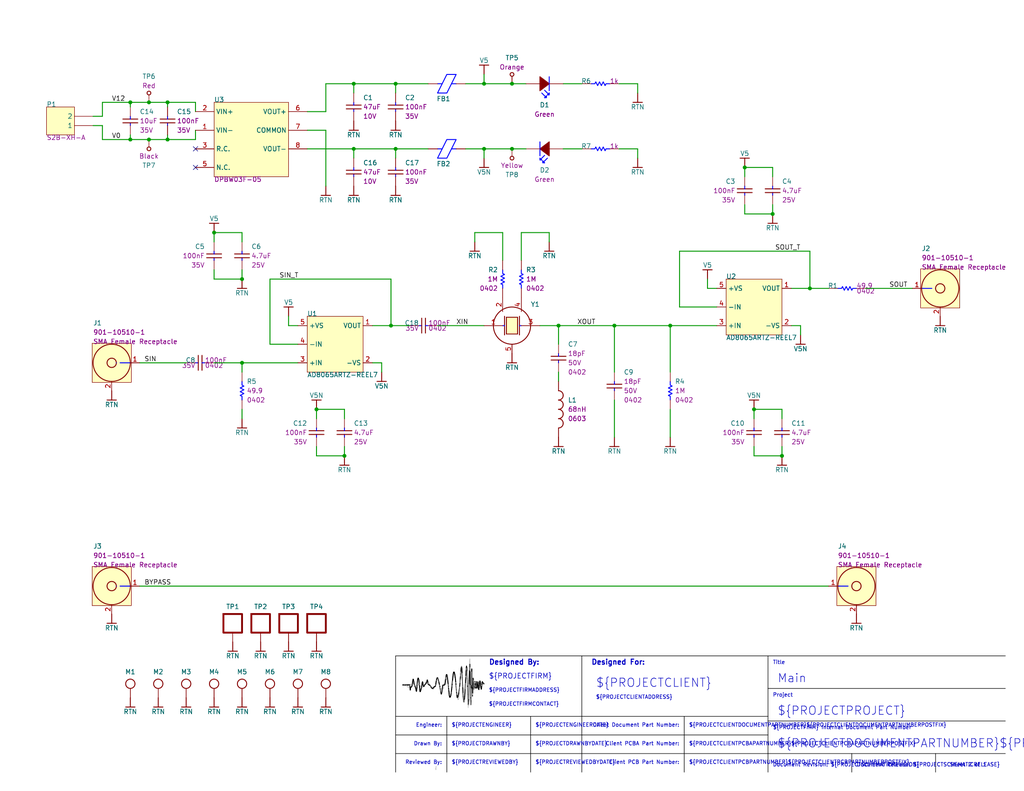
<source format=kicad_sch>
(kicad_sch (version 20230121) (generator eeschema)
  (paper "USLetter")
  (title_block (title "Main"))
  (junction (at 182.88 88.9))
  (junction (at 106.68 88.9))
  (junction (at 96.52 40.64))
  (junction (at 96.52 22.86))
  (junction (at 107.95 22.86))
  (junction (at 40.64 38.1))
  (junction (at 139.7 40.64))
  (junction (at 35.56 27.94))
  (junction (at 66.04 99.06))
  (junction (at 167.64 88.9))
  (junction (at 45.72 27.94))
  (junction (at 210.82 58.42))
  (junction (at 139.7 22.86))
  (junction (at 220.98 78.74))
  (junction (at 45.72 38.1))
  (junction (at 86.36 111.76))
  (junction (at 58.42 63.5))
  (junction (at 35.56 38.1))
  (junction (at 132.08 40.64))
  (junction (at 213.36 124.46))
  (junction (at 93.98 124.46))
  (junction (at 107.95 40.64))
  (junction (at 152.4 88.9))
  (junction (at 66.04 76.2))
  (junction (at 203.2 45.72))
  (junction (at 40.64 27.94))
  (junction (at 132.08 22.86))
  (junction (at 205.74 111.76))
  (no_connect (at 53.34 45.72))
  (no_connect (at 53.34 40.64))
  (wire (pts (xy 149.86 63.5) (xy 142.24 63.5)) (stroke (width 0.254)))
  (polyline (pts (xy 120.975 187.04) (xy 121.04 187.032)) (stroke (width 0.254) (type solid) (color 0 0 0 1)))
  (polyline (pts (xy 117.04 186.696) (xy 117.105 186.663)) (stroke (width 0) (type solid) (color 183 183 183 1)))
  (polyline (pts (xy 132.005 186.661) (xy 132.07 186.721)) (stroke (width 0.254) (type solid) (color 0 0 0 1)))
  (polyline (pts (xy 111.17 187.49) (xy 111.235 187.521)) (stroke (width 0) (type solid) (color 183 183 183 1)))
  (polyline (pts (xy 131.102 186.665) (xy 131.167 187.23)) (stroke (width 0.254) (type solid) (color 0 0 0 1)))
  (polyline (pts (xy 126.587 191.64) (xy 126.651 191.445)) (stroke (width 0.254) (type solid) (color 0 0 0 1)))
  (polyline (pts (xy 126.135 183.488) (xy 126.2 184.68)) (stroke (width 0) (type solid) (color 183 183 183 1)))
  (polyline (pts (xy 121.298 186.05) (xy 121.362 185.666)) (stroke (width 0) (type solid) (color 183 183 183 1)))
  (polyline (pts (xy 117.298 186.867) (xy 117.363 187.052)) (stroke (width 0) (type solid) (color 183 183 183 1)))
  (polyline (pts (xy 126.781 191.388) (xy 126.845 190.664)) (stroke (width 0) (type solid) (color 183 183 183 1)))
  (polyline (pts (xy 126.135 184.967) (xy 126.2 186.422)) (stroke (width 0.254) (type solid) (color 0 0 0 1)))
  (polyline (pts (xy 110.009 186.965) (xy 110.074 186.905)) (stroke (width 0) (type solid) (color 183 183 183 1)))
  (polyline (pts (xy 125.555 185.585) (xy 125.619 184.631)) (stroke (width 0) (type solid) (color 183 183 183 1)))
  (polyline (pts (xy 129.877 187.389) (xy 129.941 186.488)) (stroke (width 0.254) (type solid) (color 0 0 0 1)))
  (polyline (pts (xy 125.619 184.876) (xy 125.684 183.995)) (stroke (width 0.254) (type solid) (color 0 0 0 1)))
  (polyline (pts (xy 120.717 187.587) (xy 120.782 187.239)) (stroke (width 0.254) (type solid) (color 0 0 0 1)))
  (polyline (pts (xy 113.944 187.034) (xy 114.009 187.057)) (stroke (width 0) (type solid) (color 183 183 183 1)))
  (polyline (pts (xy 111.429 187.001) (xy 111.493 187.001)) (stroke (width 0.254) (type solid) (color 0 0 0 1)))
  (wire (pts (xy 205.74 111.76) (xy 213.36 111.76)) (stroke (width 0.254)))
  (polyline (pts (xy 130.135 186.408) (xy 130.199 186.524)) (stroke (width 0) (type solid) (color 183 183 183 1)))
  (polyline (pts (xy 118.588 187.7) (xy 118.653 187.524)) (stroke (width 0) (type solid) (color 183 183 183 1)))
  (polyline (pts (xy 118.459 187.518) (xy 118.524 187.477)) (stroke (width 0.254) (type solid) (color 0 0 0 1)))
  (polyline (pts (xy 118.911 186.785) (xy 118.975 186.361)) (stroke (width 0.254) (type solid) (color 0 0 0 1)))
  (polyline (pts (xy 129.425 187.623) (xy 129.49 186.786)) (stroke (width 0.254) (type solid) (color 0 0 0 1)))
  (polyline (pts (xy 110.654 187.185) (xy 110.719 187.106)) (stroke (width 0) (type solid) (color 183 183 183 1)))
  (polyline (pts (xy 113.17 187.089) (xy 113.235 187.154)) (stroke (width 0) (type solid) (color 183 183 183 1)))
  (polyline (pts (xy 123.168 188.757) (xy 123.233 188.174)) (stroke (width 0.254) (type solid) (color 0 0 0 1)))
  (polyline (pts (xy 118.975 186.361) (xy 119.04 185.949)) (stroke (width 0.254) (type solid) (color 0 0 0 1)))
  (wire (pts (xy 106.68 76.2) (xy 73.66 76.2)) (stroke (width 0.254)))
  (wire (pts (xy 50.8 99.06) (xy 38.1 99.06)) (stroke (width 0.254)))
  (polyline (pts (xy 120.395 189.461) (xy 120.459 189.439)) (stroke (width 0.254) (type solid) (color 0 0 0 1)))
  (polyline (pts (xy 128.135 181.398) (xy 128.2 181.395)) (stroke (width 0.254) (type solid) (color 0 0 0 1)))
  (polyline (pts (xy 113.106 187.034) (xy 113.17 187.196)) (stroke (width 0.254) (type solid) (color 0 0 0 1)))
  (polyline (pts (xy 128.006 186.854) (xy 128.071 183.134)) (stroke (width 0) (type solid) (color 183 183 183 1)))
  (polyline (pts (xy 111.687 186.985) (xy 111.751 187.001)) (stroke (width 0.254) (type solid) (color 0 0 0 1)))
  (polyline (pts (xy 119.298 185.69) (xy 119.363 185.608)) (stroke (width 0) (type solid) (color 183 183 183 1)))
  (wire (pts (xy 226.06 78.74) (xy 220.98 78.74)) (stroke (width 0.254)))
  (polyline (pts (xy 116.782 186.635) (xy 116.847 186.805)) (stroke (width 0.254) (type solid) (color 0 0 0 1)))
  (polyline (pts (xy 113.428 187.229) (xy 113.493 187.153)) (stroke (width 0) (type solid) (color 183 183 183 1)))
  (polyline (pts (xy 121.233 186.504) (xy 121.298 186.05)) (stroke (width 0) (type solid) (color 183 183 183 1)))
  (polyline (pts (xy 131.747 186.994) (xy 131.812 186.781)) (stroke (width 0) (type solid) (color 183 183 183 1)))
  (polyline (pts (xy 118.072 187.976) (xy 118.137 188.082)) (stroke (width 0) (type solid) (color 183 183 183 1)))
  (polyline (pts (xy 127.877 190.974) (xy 127.942 188.687)) (stroke (width 0.254) (type solid) (color 0 0 0 1)))
  (polyline (pts (xy 120.395 188.882) (xy 120.459 188.964)) (stroke (width 0) (type solid) (color 183 183 183 1)))
  (wire (pts (xy 152.4 104.14) (xy 152.4 101.6)) (stroke (width 0.254)))
  (polyline (pts (xy 109.88 186.998) (xy 109.945 186.989)) (stroke (width 0.254) (type solid) (color 0 0 0 1)))
  (polyline (pts (xy 110.138 187.004) (xy 110.203 186.998)) (stroke (width 0.254) (type solid) (color 0 0 0 1)))
  (polyline (pts (xy 129.941 187.017) (xy 130.006 186.621)) (stroke (width 0) (type solid) (color 183 183 183 1)))
  (polyline (pts (xy 128.2 181.395) (xy 128.264 183.403)) (stroke (width 0.254) (type solid) (color 0 0 0 1)))
  (polyline (pts (xy 113.815 186.929) (xy 113.88 186.149)) (stroke (width 0.254) (type solid) (color 0 0 0 1)))
  (wire (pts (xy 167.64 88.9) (xy 167.64 101.6)) (stroke (width 0.254)))
  (polyline (pts (xy 117.685 187.669) (xy 117.75 187.754)) (stroke (width 0.254) (type solid) (color 0 0 0 1)))
  (polyline (pts (xy 122.136 186.425) (xy 122.201 186.749)) (stroke (width 0) (type solid) (color 183 183 183 1)))
  (polyline (pts (xy 131.747 186.388) (xy 131.812 186.472)) (stroke (width 0.254) (type solid) (color 0 0 0 1)))
  (polyline (pts (xy 121.491 185.195) (xy 121.556 185.108)) (stroke (width 0) (type solid) (color 183 183 183 1)))
  (polyline (pts (xy 114.202 186.816) (xy 114.267 186.716)) (stroke (width 0) (type solid) (color 183 183 183 1)))
  (polyline (pts (xy 114.331 186.043) (xy 114.396 186.707)) (stroke (width 0.254) (type solid) (color 0 0 0 1)))
  (polyline (pts (xy 123.942 184.098) (xy 124.007 184.032)) (stroke (width 0) (type solid) (color 183 183 183 1)))
  (polyline (pts (xy 126.91 188.15) (xy 126.974 186.947)) (stroke (width 0.254) (type solid) (color 0 0 0 1)))
  (polyline (pts (xy 117.492 187.456) (xy 117.556 187.588)) (stroke (width 0) (type solid) (color 183 183 183 1)))
  (polyline (pts (xy 122.652 190.168) (xy 122.717 190.334)) (stroke (width 0.254) (type solid) (color 0 0 0 1)))
  (polyline (pts (xy 128.78 184.574) (xy 128.845 188.038)) (stroke (width 0.254) (type solid) (color 0 0 0 1)))
  (polyline (pts (xy 119.427 185.493) (xy 119.492 185.389)) (stroke (width 0) (type solid) (color 183 183 183 1)))
  (polyline (pts (xy 121.92 195.58) (xy 121.92 210.82)) (stroke (width 0) (type solid) (color 0 0 0 1)))
  (polyline (pts (xy 120.717 188.532) (xy 120.782 188.376)) (stroke (width 0) (type solid) (color 183 183 183 1)))
  (polyline (pts (xy 117.621 187.638) (xy 117.685 187.621)) (stroke (width 0) (type solid) (color 183 183 183 1)))
  (wire (pts (xy 66.04 101.6) (xy 66.04 99.06)) (stroke (width 0.254)))
  (polyline (pts (xy 110.461 187.258) (xy 110.525 187.283)) (stroke (width 0) (type solid) (color 183 183 183 1)))
  (polyline (pts (xy 116.653 185.761) (xy 116.718 186.135)) (stroke (width 0.254) (type solid) (color 0 0 0 1)))
  (polyline (pts (xy 126.329 189.075) (xy 126.393 190.143)) (stroke (width 0.254) (type solid) (color 0 0 0 1)))
  (polyline (pts (xy 123.555 184.796) (xy 123.62 184.281)) (stroke (width 0.254) (type solid) (color 0 0 0 1)))
  (polyline (pts (xy 122.717 189.229) (xy 122.781 189.471)) (stroke (width 0) (type solid) (color 183 183 183 1)))
  (polyline (pts (xy 120.266 188.439) (xy 120.33 188.696)) (stroke (width 0) (type solid) (color 183 183 183 1)))
  (polyline (pts (xy 125.877 181.961) (xy 125.942 181.81)) (stroke (width 0) (type solid) (color 183 183 183 1)))
  (polyline (pts (xy 114.46 187.547) (xy 114.525 188.303)) (stroke (width 0.254) (type solid) (color 0 0 0 1)))
  (polyline (pts (xy 111.88 187.818) (xy 111.945 188.376)) (stroke (width 0.254) (type solid) (color 0 0 0 1)))
  (polyline (pts (xy 131.36 188.079) (xy 131.425 187.552)) (stroke (width 0.254) (type solid) (color 0 0 0 1)))
  (polyline (pts (xy 125.232 188.847) (xy 125.297 188.443)) (stroke (width 0.254) (type solid) (color 0 0 0 1)))
  (polyline (pts (xy 112.783 185.489) (xy 112.848 185.785)) (stroke (width 0.254) (type solid) (color 0 0 0 1)))
  (polyline (pts (xy 122.523 188.151) (xy 122.588 188.509)) (stroke (width 0) (type solid) (color 183 183 183 1)))
  (wire (pts (xy 58.42 76.2) (xy 66.04 76.2)) (stroke (width 0.254)))
  (polyline (pts (xy 125.619 184.631) (xy 125.684 183.754)) (stroke (width 0) (type solid) (color 183 183 183 1)))
  (wire (pts (xy 158.75 40.64) (xy 153.67 40.64)) (stroke (width 0.254)))
  (polyline (pts (xy 124.329 186.076) (xy 124.394 186.733)) (stroke (width 0.254) (type solid) (color 0 0 0 1)))
  (polyline (pts (xy 112.525 186.395) (xy 112.59 186.356)) (stroke (width 0) (type solid) (color 183 183 183 1)))
  (polyline (pts (xy 113.622 186.936) (xy 113.686 186.872)) (stroke (width 0) (type solid) (color 183 183 183 1)))
  (polyline (pts (xy 124.458 187.017) (xy 124.523 187.883)) (stroke (width 0) (type solid) (color 183 183 183 1)))
  (polyline (pts (xy 123.878 184.22) (xy 123.942 184.098)) (stroke (width 0) (type solid) (color 183 183 183 1)))
  (polyline (pts (xy 123.813 183.499) (xy 123.878 183.479)) (stroke (width 0.254) (type solid) (color 0 0 0 1)))
  (polyline (pts (xy 128.522 191.321) (xy 128.587 187.782)) (stroke (width 0.254) (type solid) (color 0 0 0 1)))
  (polyline (pts (xy 111.041 187.001) (xy 111.106 187.001)) (stroke (width 0.254) (type solid) (color 0 0 0 1)))
  (polyline (pts (xy 110.009 187) (xy 110.074 187.009)) (stroke (width 0.254) (type solid) (color 0 0 0 1)))
  (wire (pts (xy 81.28 99.06) (xy 66.04 99.06)) (stroke (width 0.254)))
  (wire (pts (xy 203.2 58.42) (xy 210.82 58.42)) (stroke (width 0.254)))
  (polyline (pts (xy 114.525 186.965) (xy 114.589 187.11)) (stroke (width 0) (type solid) (color 183 183 183 1)))
  (wire (pts (xy 96.52 25.4) (xy 96.52 22.86)) (stroke (width 0.254)))
  (polyline (pts (xy 121.878 184.172) (xy 121.943 184.315)) (stroke (width 0.254) (type solid) (color 0 0 0 1)))
  (polyline (pts (xy 125.103 190.935) (xy 125.168 190.654)) (stroke (width 0) (type solid) (color 183 183 183 1)))
  (polyline (pts (xy 125.684 183.754) (xy 125.748 182.992)) (stroke (width 0) (type solid) (color 183 183 183 1)))
  (polyline (pts (xy 127.297 181.888) (xy 127.361 182.287)) (stroke (width 0.254) (type solid) (color 0 0 0 1)))
  (polyline (pts (xy 118.266 187.75) (xy 118.33 187.66)) (stroke (width 0.254) (type solid) (color 0 0 0 1)))
  (wire (pts (xy 205.74 114.3) (xy 205.74 111.76)) (stroke (width 0.254)))
  (polyline (pts (xy 121.491 186.441) (xy 121.556 185.95)) (stroke (width 0.254) (type solid) (color 0 0 0 1)))
  (polyline (pts (xy 117.556 187.496) (xy 117.621 187.584)) (stroke (width 0.254) (type solid) (color 0 0 0 1)))
  (polyline (pts (xy 120.072 187.754) (xy 120.137 188.111)) (stroke (width 0.254) (type solid) (color 0 0 0 1)))
  (polyline (pts (xy 128.909 190.012) (xy 128.974 189.155)) (stroke (width 0.254) (type solid) (color 0 0 0 1)))
  (polyline (pts (xy 125.297 188.443) (xy 125.361 187.936)) (stroke (width 0.254) (type solid) (color 0 0 0 1)))
  (polyline (pts (xy 113.557 187.042) (xy 113.622 186.936)) (stroke (width 0) (type solid) (color 183 183 183 1)))
  (polyline (pts (xy 116.847 186.677) (xy 116.911 186.727)) (stroke (width 0) (type solid) (color 183 183 183 1)))
  (polyline (pts (xy 123.426 186.099) (xy 123.491 185.414)) (stroke (width 0.254) (type solid) (color 0 0 0 1)))
  (polyline (pts (xy 129.941 186.488) (xy 130.006 186.114)) (stroke (width 0.254) (type solid) (color 0 0 0 1)))
  (polyline (pts (xy 109.945 186.989) (xy 110.009 187)) (stroke (width 0.254) (type solid) (color 0 0 0 1)))
  (polyline (pts (xy 126.2 186.422) (xy 126.264 187.81)) (stroke (width 0.254) (type solid) (color 0 0 0 1)))
  (wire (pts (xy 53.34 35.56) (xy 53.34 38.1)) (stroke (width 0.254)))
  (polyline (pts (xy 119.685 185.937) (xy 119.75 186.225)) (stroke (width 0.254) (type solid) (color 0 0 0 1)))
  (polyline (pts (xy 122.394 187.565) (xy 122.459 187.838)) (stroke (width 0) (type solid) (color 183 183 183 1)))
  (polyline (pts (xy 114.783 188.517) (xy 114.847 188.274)) (stroke (width 0.254) (type solid) (color 0 0 0 1)))
  (polyline (pts (xy 123.813 184.396) (xy 123.878 184.22)) (stroke (width 0) (type solid) (color 183 183 183 1)))
  (polyline (pts (xy 114.718 188.722) (xy 114.783 188.517)) (stroke (width 0.254) (type solid) (color 0 0 0 1)))
  (polyline (pts (xy 117.105 186.984) (xy 117.169 187.018)) (stroke (width 0.254) (type solid) (color 0 0 0 1)))
  (polyline (pts (xy 115.363 187.44) (xy 115.428 187.329)) (stroke (width 0) (type solid) (color 183 183 183 1)))
  (polyline (pts (xy 186.69 195.58) (xy 186.69 210.82)) (stroke (width 0) (type solid) (color 0 0 0 1)))
  (wire (pts (xy 45.72 29.21) (xy 45.72 27.94)) (stroke (width 0.254)))
  (polyline (pts (xy 117.427 187.285) (xy 117.492 187.394)) (stroke (width 0.254) (type solid) (color 0 0 0 1)))
  (polyline (pts (xy 119.363 185.052) (xy 119.427 185.106)) (stroke (width 0.254) (type solid) (color 0 0 0 1)))
  (polyline (pts (xy 112.461 186.502) (xy 112.525 186.395)) (stroke (width 0) (type solid) (color 183 183 183 1)))
  (polyline (pts (xy 126.587 191.378) (xy 126.651 191.713)) (stroke (width 0) (type solid) (color 183 183 183 1)))
  (polyline (pts (xy 111.687 187.428) (xy 111.751 187.287)) (stroke (width 0) (type solid) (color 183 183 183 1)))
  (wire (pts (xy 104.14 101.6) (xy 104.14 99.06)) (stroke (width 0.254)))
  (polyline (pts (xy 123.491 185.414) (xy 123.555 184.796)) (stroke (width 0.254) (type solid) (color 0 0 0 1)))
  (polyline (pts (xy 117.814 187.838) (xy 117.879 187.912)) (stroke (width 0.254) (type solid) (color 0 0 0 1)))
  (polyline (pts (xy 122.33 187.308) (xy 122.394 187.565)) (stroke (width 0) (type solid) (color 183 183 183 1)))
  (polyline (pts (xy 127.555 187.123) (xy 127.619 189.517)) (stroke (width 0) (type solid) (color 183 183 183 1)))
  (polyline (pts (xy 113.364 187.248) (xy 113.428 187.229)) (stroke (width 0) (type solid) (color 183 183 183 1)))
  (polyline (pts (xy 119.104 185.597) (xy 119.169 185.338)) (stroke (width 0.254) (type solid) (color 0 0 0 1)))
  (polyline (pts (xy 126.071 182.568) (xy 126.135 183.488)) (stroke (width 0) (type solid) (color 183 183 183 1)))
  (wire (pts (xy 248.92 78.74) (xy 236.22 78.74)) (stroke (width 0.254)))
  (polyline (pts (xy 110.267 187) (xy 110.332 187.001)) (stroke (width 0.254) (type solid) (color 0 0 0 1)))
  (polyline (pts (xy 124.652 189.818) (xy 124.716 190.266)) (stroke (width 0.254) (type solid) (color 0 0 0 1)))
  (polyline (pts (xy 128.909 189.75) (xy 128.974 189.68)) (stroke (width 0) (type solid) (color 183 183 183 1)))
  (polyline (pts (xy 124.2 184.942) (xy 124.265 185.479)) (stroke (width 0.254) (type solid) (color 0 0 0 1)))
  (polyline (pts (xy 119.814 186.212) (xy 119.879 186.578)) (stroke (width 0) (type solid) (color 183 183 183 1)))
  (polyline (pts (xy 116.911 186.727) (xy 116.976 186.729)) (stroke (width 0) (type solid) (color 183 183 183 1)))
  (polyline (pts (xy 126.716 191.729) (xy 126.781 191.388)) (stroke (width 0) (type solid) (color 183 183 183 1)))
  (polyline (pts (xy 118.072 187.953) (xy 118.137 187.905)) (stroke (width 0.254) (type solid) (color 0 0 0 1)))
  (polyline (pts (xy 129.812 187.895) (xy 129.877 187.389)) (stroke (width 0.254) (type solid) (color 0 0 0 1)))
  (polyline (pts (xy 126.651 191.713) (xy 126.716 191.729)) (stroke (width 0) (type solid) (color 183 183 183 1)))
  (polyline (pts (xy 131.167 187.23) (xy 131.231 187.781)) (stroke (width 0.254) (type solid) (color 0 0 0 1)))
  (wire (pts (xy 147.32 88.9) (xy 152.4 88.9)) (stroke (width 0.254)))
  (polyline (pts (xy 130.586 187.207) (xy 130.651 187.345)) (stroke (width 0) (type solid) (color 183 183 183 1)))
  (polyline (pts (xy 116.137 186.703) (xy 116.202 186.647)) (stroke (width 0.254) (type solid) (color 0 0 0 1)))
  (polyline (pts (xy 124.716 190.266) (xy 124.781 190.437)) (stroke (width 0.254) (type solid) (color 0 0 0 1)))
  (wire (pts (xy 93.98 124.46) (xy 93.98 121.92)) (stroke (width 0.254)))
  (polyline (pts (xy 131.425 187.093) (xy 131.489 187.2)) (stroke (width 0) (type solid) (color 183 183 183 1)))
  (polyline (pts (xy 110.203 186.998) (xy 110.267 187)) (stroke (width 0.254) (type solid) (color 0 0 0 1)))
  (polyline (pts (xy 122.072 184.937) (xy 122.136 185.381)) (stroke (width 0.254) (type solid) (color 0 0 0 1)))
  (polyline (pts (xy 114.009 187.057) (xy 114.073 187.024)) (stroke (width 0) (type solid) (color 183 183 183 1)))
  (wire (pts (xy 35.56 29.21) (xy 35.56 27.94)) (stroke (width 0.254)))
  (polyline (pts (xy 123.104 189.258) (xy 123.168 188.757)) (stroke (width 0.254) (type solid) (color 0 0 0 1)))
  (polyline (pts (xy 128.651 183.427) (xy 128.716 182.412)) (stroke (width 0) (type solid) (color 183 183 183 1)))
  (wire (pts (xy 27.94 38.1) (xy 27.94 34.29)) (stroke (width 0.254)))
  (polyline (pts (xy 111.88 186.972) (xy 111.945 186.874)) (stroke (width 0) (type solid) (color 183 183 183 1)))
  (polyline (pts (xy 110.396 187.001) (xy 110.461 187.002)) (stroke (width 0.254) (type solid) (color 0 0 0 1)))
  (polyline (pts (xy 111.364 187.001) (xy 111.429 187.001)) (stroke (width 0.254) (type solid) (color 0 0 0 1)))
  (polyline (pts (xy 112.525 186.593) (xy 112.59 186.132)) (stroke (width 0.254) (type solid) (color 0 0 0 1)))
  (wire (pts (xy 93.98 111.76) (xy 93.98 114.3)) (stroke (width 0.254)))
  (polyline (pts (xy 128.393 190.615) (xy 128.458 192.433)) (stroke (width 0) (type solid) (color 183 183 183 1)))
  (wire (pts (xy 167.64 119.38) (xy 167.64 109.22)) (stroke (width 0.254)))
  (polyline (pts (xy 123.684 183.891) (xy 123.749 183.634)) (stroke (width 0.254) (type solid) (color 0 0 0 1)))
  (polyline (pts (xy 114.396 186.717) (xy 114.46 186.824)) (stroke (width 0) (type solid) (color 183 183 183 1)))
  (polyline (pts (xy 112.59 186.132) (xy 112.654 185.714)) (stroke (width 0.254) (type solid) (color 0 0 0 1)))
  (polyline (pts (xy 122.394 187.952) (xy 122.459 188.682)) (stroke (width 0.254) (type solid) (color 0 0 0 1)))
  (wire (pts (xy 35.56 38.1) (xy 27.94 38.1)) (stroke (width 0.254)))
  (polyline (pts (xy 129.683 186.602) (xy 129.748 187.191)) (stroke (width 0) (type solid) (color 183 183 183 1)))
  (polyline (pts (xy 126.716 190.933) (xy 126.781 190.173)) (stroke (width 0.254) (type solid) (color 0 0 0 1)))
  (polyline (pts (xy 120.782 187.239) (xy 120.846 187.086)) (stroke (width 0.254) (type solid) (color 0 0 0 1)))
  (polyline (pts (xy 125.49 186.61) (xy 125.555 185.781)) (stroke (width 0.254) (type solid) (color 0 0 0 1)))
  (polyline (pts (xy 121.362 185.666) (xy 121.427 185.378)) (stroke (width 0) (type solid) (color 183 183 183 1)))
  (polyline (pts (xy 112.332 186.762) (xy 112.396 186.639)) (stroke (width 0) (type solid) (color 183 183 183 1)))
  (wire (pts (xy 218.44 91.44) (xy 218.44 88.9)) (stroke (width 0.254)))
  (polyline (pts (xy 122.846 190.307) (xy 122.91 190.168)) (stroke (width 0.254) (type solid) (color 0 0 0 1)))
  (polyline (pts (xy 113.751 187.782) (xy 113.815 186.929)) (stroke (width 0.254) (type solid) (color 0 0 0 1)))
  (polyline (pts (xy 123.62 185.431) (xy 123.684 184.994)) (stroke (width 0) (type solid) (color 183 183 183 1)))
  (polyline (pts (xy 112.654 185.714) (xy 112.719 185.464)) (stroke (width 0.254) (type solid) (color 0 0 0 1)))
  (polyline (pts (xy 128.329 186.916) (xy 128.393 190.526)) (stroke (width 0.254) (type solid) (color 0 0 0 1)))
  (polyline (pts (xy 111.751 187.001) (xy 111.816 186.951)) (stroke (width 0.254) (type solid) (color 0 0 0 1)))
  (polyline (pts (xy 114.654 187.238) (xy 114.718 187.344)) (stroke (width 0) (type solid) (color 183 183 183 1)))
  (polyline (pts (xy 128.264 182.185) (xy 128.329 186.439)) (stroke (width 0) (type solid) (color 183 183 183 1)))
  (polyline (pts (xy 110.138 186.871) (xy 110.203 186.89)) (stroke (width 0) (type solid) (color 183 183 183 1)))
  (wire (pts (xy 173.99 22.86) (xy 173.99 25.4)) (stroke (width 0.254)))
  (polyline (pts (xy 111.622 187.519) (xy 111.687 187.428)) (stroke (width 0) (type solid) (color 183 183 183 1)))
  (wire (pts (xy 218.44 88.9) (xy 215.9 88.9)) (stroke (width 0.254)))
  (polyline (pts (xy 130.844 187.534) (xy 130.909 187.6)) (stroke (width 0) (type solid) (color 183 183 183 1)))
  (polyline (pts (xy 113.235 187.154) (xy 113.299 187.215)) (stroke (width 0) (type solid) (color 183 183 183 1)))
  (polyline (pts (xy 116.073 186.353) (xy 116.137 186.262)) (stroke (width 0) (type solid) (color 183 183 183 1)))
  (polyline (pts (xy 158.75 200.66) (xy 107.95 200.66)) (stroke (width 0) (type solid) (color 0 0 0 1)))
  (wire (pts (xy 203.2 48.26) (xy 203.2 45.72)) (stroke (width 0.254)))
  (polyline (pts (xy 110.59 187.254) (xy 110.654 187.185)) (stroke (width 0) (type solid) (color 183 183 183 1)))
  (wire (pts (xy 106.68 88.9) (xy 101.6 88.9)) (stroke (width 0.254)))
  (polyline (pts (xy 209.55 179.07) (xy 209.55 210.82)) (stroke (width 0) (type solid) (color 0 0 0 1)))
  (polyline (pts (xy 110.525 187.283) (xy 110.59 187.254)) (stroke (width 0) (type solid) (color 183 183 183 1)))
  (polyline (pts (xy 120.266 188.89) (xy 120.33 189.248)) (stroke (width 0.254) (type solid) (color 0 0 0 1)))
  (polyline (pts (xy 111.751 187.287) (xy 111.816 187.122)) (stroke (width 0) (type solid) (color 183 183 183 1)))
  (polyline (pts (xy 110.267 186.966) (xy 110.332 187.075)) (stroke (width 0) (type solid) (color 183 183 183 1)))
  (polyline (pts (xy 114.138 185.179) (xy 114.202 185.314)) (stroke (width 0.254) (type solid) (color 0 0 0 1)))
  (polyline (pts (xy 122.265 186.533) (xy 122.33 187.211)) (stroke (width 0.254) (type solid) (color 0 0 0 1)))
  (polyline (pts (xy 115.879 186.992) (xy 115.944 186.889)) (stroke (width 0.254) (type solid) (color 0 0 0 1)))
  (polyline (pts (xy 130.78 187.138) (xy 130.844 186.407)) (stroke (width 0.254) (type solid) (color 0 0 0 1)))
  (polyline (pts (xy 130.715 187.877) (xy 130.78 187.138)) (stroke (width 0.254) (type solid) (color 0 0 0 1)))
  (polyline (pts (xy 131.941 186.433) (xy 132.005 186.39)) (stroke (width 0) (type solid) (color 183 183 183 1)))
  (wire (pts (xy 158.75 22.86) (xy 153.67 22.86)) (stroke (width 0.254)))
  (polyline (pts (xy 129.425 187.987) (xy 129.49 187.086)) (stroke (width 0) (type solid) (color 183 183 183 1)))
  (polyline (pts (xy 113.557 188.553) (xy 113.622 188.736)) (stroke (width 0.254) (type solid) (color 0 0 0 1)))
  (polyline (pts (xy 129.296 187.646) (xy 129.361 188.3)) (stroke (width 0) (type solid) (color 183 183 183 1)))
  (polyline (pts (xy 120.524 188.943) (xy 120.588 188.843)) (stroke (width 0) (type solid) (color 183 183 183 1)))
  (polyline (pts (xy 129.167 185.561) (xy 129.232 186.882)) (stroke (width 0.254) (type solid) (color 0 0 0 1)))
  (polyline (pts (xy 113.106 187.028) (xy 113.17 187.089)) (stroke (width 0) (type solid) (color 183 183 183 1)))
  (wire (pts (xy 27.94 34.29) (xy 25.4 34.29)) (stroke (width 0.254)))
  (wire (pts (xy 45.72 36.83) (xy 45.72 38.1)) (stroke (width 0.254)))
  (polyline (pts (xy 129.296 187.894) (xy 129.361 188.114)) (stroke (width 0.254) (type solid) (color 0 0 0 1)))
  (polyline (pts (xy 118.33 188.085) (xy 118.395 188.004)) (stroke (width 0) (type solid) (color 183 183 183 1)))
  (polyline (pts (xy 124.394 186.159) (xy 124.458 187.017)) (stroke (width 0) (type solid) (color 183 183 183 1)))
  (polyline (pts (xy 130.844 186.407) (xy 130.909 185.993)) (stroke (width 0.254) (type solid) (color 0 0 0 1)))
  (polyline (pts (xy 158.75 179.07) (xy 107.95 179.07)) (stroke (width 0) (type solid) (color 0 0 0 1)))
  (wire (pts (xy 193.04 76.2) (xy 193.04 78.74)) (stroke (width 0.254)))
  (polyline (pts (xy 119.621 185.42) (xy 119.685 185.6)) (stroke (width 0) (type solid) (color 183 183 183 1)))
  (polyline (pts (xy 114.009 185.292) (xy 114.073 185.165)) (stroke (width 0.254) (type solid) (color 0 0 0 1)))
  (polyline (pts (xy 113.622 188.736) (xy 113.686 188.464)) (stroke (width 0.254) (type solid) (color 0 0 0 1)))
  (polyline (pts (xy 127.103 184.886) (xy 127.168 183.417)) (stroke (width 0) (type solid) (color 183 183 183 1)))
  (polyline (pts (xy 128.006 185.836) (xy 128.071 183.125)) (stroke (width 0.254) (type solid) (color 0 0 0 1)))
  (polyline (pts (xy 130.07 186.409) (xy 130.135 186.408)) (stroke (width 0) (type solid) (color 183 183 183 1)))
  (polyline (pts (xy 123.684 184.994) (xy 123.749 184.647)) (stroke (width 0) (type solid) (color 183 183 183 1)))
  (polyline (pts (xy 124.2 184.414) (xy 124.265 184.822)) (stroke (width 0) (type solid) (color 183 183 183 1)))
  (polyline (pts (xy 118.137 188.082) (xy 118.201 188.139)) (stroke (width 0) (type solid) (color 183 183 183 1)))
  (polyline (pts (xy 125.555 185.781) (xy 125.619 184.876)) (stroke (width 0.254) (type solid) (color 0 0 0 1)))
  (polyline (pts (xy 118.717 187.277) (xy 118.782 186.971)) (stroke (width 0) (type solid) (color 183 183 183 1)))
  (polyline (pts (xy 121.556 185.95) (xy 121.62 185.378)) (stroke (width 0.254) (type solid) (color 0 0 0 1)))
  (polyline (pts (xy 131.489 187.2) (xy 131.554 187.282)) (stroke (width 0) (type solid) (color 183 183 183 1)))
  (polyline (pts (xy 131.038 186.211) (xy 131.102 186.665)) (stroke (width 0.254) (type solid) (color 0 0 0 1)))
  (polyline (pts (xy 110.783 187.001) (xy 110.848 187.001)) (stroke (width 0.254) (type solid) (color 0 0 0 1)))
  (polyline (pts (xy 115.557 187.247) (xy 115.621 187.256)) (stroke (width 0) (type solid) (color 183 183 183 1)))
  (polyline (pts (xy 127.49 185.265) (xy 127.555 187.421)) (stroke (width 0.254) (type solid) (color 0 0 0 1)))
  (polyline (pts (xy 124.071 184.045) (xy 124.136 184.164)) (stroke (width 0) (type solid) (color 183 183 183 1)))
  (polyline (pts (xy 125.49 186.576) (xy 125.555 185.585)) (stroke (width 0) (type solid) (color 183 183 183 1)))
  (polyline (pts (xy 113.686 188.464) (xy 113.751 187.782)) (stroke (width 0.254) (type solid) (color 0 0 0 1)))
  (polyline (pts (xy 118.653 187.417) (xy 118.717 187.41)) (stroke (width 0.254) (type solid) (color 0 0 0 1)))
  (polyline (pts (xy 112.461 187.001) (xy 112.525 186.593)) (stroke (width 0.254) (type solid) (color 0 0 0 1)))
  (polyline (pts (xy 209.55 187.96) (xy 274.32 187.96)) (stroke (width 0) (type solid) (color 0 0 0 1)))
  (polyline (pts (xy 112.203 186.875) (xy 112.267 186.843)) (stroke (width 0) (type solid) (color 183 183 183 1)))
  (polyline (pts (xy 131.102 187.554) (xy 131.167 187.401)) (stroke (width 0) (type solid) (color 183 183 183 1)))
  (polyline (pts (xy 128.974 189.155) (xy 129.038 186.736)) (stroke (width 0.254) (type solid) (color 0 0 0 1)))
  (polyline (pts (xy 111.17 187.001) (xy 111.235 187.001)) (stroke (width 0.254) (type solid) (color 0 0 0 1)))
  (polyline (pts (xy 122.652 188.886) (xy 122.717 189.229)) (stroke (width 0) (type solid) (color 183 183 183 1)))
  (polyline (pts (xy 112.848 186.732) (xy 112.912 186.829)) (stroke (width 0) (type solid) (color 183 183 183 1)))
  (polyline (pts (xy 130.457 186.881) (xy 130.522 187.035)) (stroke (width 0) (type solid) (color 183 183 183 1)))
  (polyline (pts (xy 128.522 190.872) (xy 128.587 187.011)) (stroke (width 0) (type solid) (color 183 183 183 1)))
  (polyline (pts (xy 118.201 187.836) (xy 118.266 187.75)) (stroke (width 0.254) (type solid) (color 0 0 0 1)))
  (wire (pts (xy 66.04 63.5) (xy 66.04 66.04)) (stroke (width 0.254)))
  (polyline (pts (xy 112.912 186.829) (xy 112.977 186.906)) (stroke (width 0) (type solid) (color 183 183 183 1)))
  (polyline (pts (xy 112.203 187.582) (xy 112.267 187.52)) (stroke (width 0.254) (type solid) (color 0 0 0 1)))
  (polyline (pts (xy 116.137 186.262) (xy 116.202 186.244)) (stroke (width 0) (type solid) (color 183 183 183 1)))
  (polyline (pts (xy 127.039 186.54) (xy 127.103 184.886)) (stroke (width 0) (type solid) (color 183 183 183 1)))
  (polyline (pts (xy 116.718 186.516) (xy 116.782 186.596)) (stroke (width 0) (type solid) (color 183 183 183 1)))
  (polyline (pts (xy 113.17 187.196) (xy 113.235 187.354)) (stroke (width 0.254) (type solid) (color 0 0 0 1)))
  (wire (pts (xy 137.16 63.5) (xy 137.16 71.12)) (stroke (width 0.254)))
  (polyline (pts (xy 118.923 210.161) (xy 118.987 209.202)) (stroke (width 0) (type solid) (color 183 183 183 1)))
  (polyline (pts (xy 120.782 188.376) (xy 120.846 188.243)) (stroke (width 0) (type solid) (color 183 183 183 1)))
  (polyline (pts (xy 117.492 187.394) (xy 117.556 187.496)) (stroke (width 0.254) (type solid) (color 0 0 0 1)))
  (polyline (pts (xy 123.749 184.647) (xy 123.813 184.396)) (stroke (width 0) (type solid) (color 183 183 183 1)))
  (wire (pts (xy 182.88 88.9) (xy 195.58 88.9)) (stroke (width 0.254)))
  (wire (pts (xy 88.9 35.56) (xy 88.9 50.8)) (stroke (width 0.254)))
  (polyline (pts (xy 129.683 186.675) (xy 129.748 187.523)) (stroke (width 0.254) (type solid) (color 0 0 0 1)))
  (polyline (pts (xy 129.361 188.114) (xy 129.425 187.623)) (stroke (width 0.254) (type solid) (color 0 0 0 1)))
  (polyline (pts (xy 111.493 187.001) (xy 111.558 187.001)) (stroke (width 0.254) (type solid) (color 0 0 0 1)))
  (polyline (pts (xy 117.943 187.713) (xy 118.008 187.843)) (stroke (width 0) (type solid) (color 183 183 183 1)))
  (polyline (pts (xy 118.782 187.321) (xy 118.846 187.125)) (stroke (width 0.254) (type solid) (color 0 0 0 1)))
  (polyline (pts (xy 119.492 185.232) (xy 119.556 185.423)) (stroke (width 0.254) (type solid) (color 0 0 0 1)))
  (polyline (pts (xy 118.911 186.325) (xy 118.975 186.068)) (stroke (width 0) (type solid) (color 183 183 183 1)))
  (polyline (pts (xy 116.073 186.758) (xy 116.137 186.703)) (stroke (width 0.254) (type solid) (color 0 0 0 1)))
  (polyline (pts (xy 123.491 186.397) (xy 123.555 185.917)) (stroke (width 0) (type solid) (color 183 183 183 1)))
  (polyline (pts (xy 131.812 186.781) (xy 131.876 186.577)) (stroke (width 0) (type solid) (color 183 183 183 1)))
  (polyline (pts (xy 110.074 187.009) (xy 110.138 187.004)) (stroke (width 0.254) (type solid) (color 0 0 0 1)))
  (polyline (pts (xy 121.362 186.925) (xy 121.427 186.75)) (stroke (width 0.254) (type solid) (color 0 0 0 1)))
  (polyline (pts (xy 111.235 187.521) (xy 111.299 187.539)) (stroke (width 0) (type solid) (color 183 183 183 1)))
  (polyline (pts (xy 114.783 187.43) (xy 114.847 187.502)) (stroke (width 0) (type solid) (color 183 183 183 1)))
  (polyline (pts (xy 120.588 188.659) (xy 120.653 188.103)) (stroke (width 0.254) (type solid) (color 0 0 0 1)))
  (polyline (pts (xy 117.621 187.584) (xy 117.685 187.669)) (stroke (width 0.254) (type solid) (color 0 0 0 1)))
  (polyline (pts (xy 115.492 187.194) (xy 115.557 187.391)) (stroke (width 0.254) (type solid) (color 0 0 0 1)))
  (polyline (pts (xy 209.55 205.74) (xy 274.32 205.74)) (stroke (width 0) (type solid) (color 0 0 0 1)))
  (polyline (pts (xy 115.815 187.133) (xy 115.879 186.962)) (stroke (width 0) (type solid) (color 183 183 183 1)))
  (polyline (pts (xy 122.717 190.334) (xy 122.781 190.368)) (stroke (width 0.254) (type solid) (color 0 0 0 1)))
  (polyline (pts (xy 116.46 186.403) (xy 116.524 186.422)) (stroke (width 0) (type solid) (color 183 183 183 1)))
  (polyline (pts (xy 130.909 187.6) (xy 130.973 187.648)) (stroke (width 0) (type solid) (color 183 183 183 1)))
  (polyline (pts (xy 112.332 187.425) (xy 112.396 187.27)) (stroke (width 0.254) (type solid) (color 0 0 0 1)))
  (wire (pts (xy 40.64 38.1) (xy 35.56 38.1)) (stroke (width 0.254)))
  (polyline (pts (xy 115.17 187.773) (xy 115.234 187.7)) (stroke (width 0) (type solid) (color 183 183 183 1)))
  (polyline (pts (xy 130.006 186.621) (xy 130.07 186.409)) (stroke (width 0) (type solid) (color 183 183 183 1)))
  (polyline (pts (xy 126.458 189.857) (xy 126.522 190.752)) (stroke (width 0) (type solid) (color 183 183 183 1)))
  (polyline (pts (xy 116.331 186.323) (xy 116.395 186.369)) (stroke (width 0) (type solid) (color 183 183 183 1)))
  (wire (pts (xy 45.72 27.94) (xy 53.34 27.94)) (stroke (width 0.254)))
  (polyline (pts (xy 124.265 185.479) (xy 124.329 186.076)) (stroke (width 0.254) (type solid) (color 0 0 0 1)))
  (polyline (pts (xy 131.296 188.136) (xy 131.36 188.079)) (stroke (width 0.254) (type solid) (color 0 0 0 1)))
  (polyline (pts (xy 115.234 187.7) (xy 115.299 187.576)) (stroke (width 0) (type solid) (color 183 183 183 1)))
  (wire (pts (xy 86.36 121.92) (xy 86.36 124.46)) (stroke (width 0.254)))
  (polyline (pts (xy 118.588 187.445) (xy 118.653 187.417)) (stroke (width 0.254) (type solid) (color 0 0 0 1)))
  (polyline (pts (xy 110.59 187.001) (xy 110.654 187.001)) (stroke (width 0.254) (type solid) (color 0 0 0 1)))
  (wire (pts (xy 86.36 114.3) (xy 86.36 111.76)) (stroke (width 0.254)))
  (polyline (pts (xy 123.168 188.254) (xy 123.233 187.914)) (stroke (width 0) (type solid) (color 183 183 183 1)))
  (wire (pts (xy 143.51 22.86) (xy 139.7 22.86)) (stroke (width 0.254)))
  (polyline (pts (xy 131.812 186.472) (xy 131.876 186.54)) (stroke (width 0.254) (type solid) (color 0 0 0 1)))
  (polyline (pts (xy 131.231 187.223) (xy 131.296 187.084)) (stroke (width 0) (type solid) (color 183 183 183 1)))
  (polyline (pts (xy 110.203 186.89) (xy 110.267 186.966)) (stroke (width 0) (type solid) (color 183 183 183 1)))
  (polyline (pts (xy 121.878 185.323) (xy 121.943 185.506)) (stroke (width 0) (type solid) (color 183 183 183 1)))
  (polyline (pts (xy 129.103 186.161) (xy 129.167 185.62)) (stroke (width 0) (type solid) (color 183 183 183 1)))
  (polyline (pts (xy 110.912 187.001) (xy 110.977 187.001)) (stroke (width 0.254) (type solid) (color 0 0 0 1)))
  (polyline (pts (xy 121.814 184.182) (xy 121.878 184.172)) (stroke (width 0.254) (type solid) (color 0 0 0 1)))
  (polyline (pts (xy 124.007 184.032) (xy 124.071 184.045)) (stroke (width 0) (type solid) (color 183 183 183 1)))
  (polyline (pts (xy 113.944 185.601) (xy 114.009 185.292)) (stroke (width 0.254) (type solid) (color 0 0 0 1)))
  (polyline (pts (xy 129.619 186.057) (xy 129.683 186.675)) (stroke (width 0.254) (type solid) (color 0 0 0 1)))
  (polyline (pts (xy 115.234 186.275) (xy 115.299 186.159)) (stroke (width 0.254) (type solid) (color 0 0 0 1)))
  (polyline (pts (xy 128.845 188.038) (xy 128.909 190.012)) (stroke (width 0.254) (type solid) (color 0 0 0 1)))
  (polyline (pts (xy 127.49 184.938) (xy 127.555 187.123)) (stroke (width 0) (type solid) (color 183 183 183 1)))
  (polyline (pts (xy 117.169 187.018) (xy 117.234 187.057)) (stroke (width 0.254) (type solid) (color 0 0 0 1)))
  (polyline (pts (xy 111.945 186.874) (xy 112.009 186.836)) (stroke (width 0) (type solid) (color 183 183 183 1)))
  (polyline (pts (xy 122.33 187.211) (xy 122.394 187.952)) (stroke (width 0.254) (type solid) (color 0 0 0 1)))
  (polyline (pts (xy 110.783 187.054) (xy 110.848 187.059)) (stroke (width 0) (type solid) (color 183 183 183 1)))
  (polyline (pts (xy 121.943 185.506) (xy 122.007 185.77)) (stroke (width 0) (type solid) (color 183 183 183 1)))
  (polyline (pts (xy 127.748 192.332) (xy 127.813 192.244)) (stroke (width 0.254) (type solid) (color 0 0 0 1)))
  (polyline (pts (xy 114.202 185.314) (xy 114.267 185.597)) (stroke (width 0.254) (type solid) (color 0 0 0 1)))
  (wire (pts (xy 185.42 83.82) (xy 195.58 83.82)) (stroke (width 0.254)))
  (polyline (pts (xy 129.748 187.191) (xy 129.812 187.509)) (stroke (width 0) (type solid) (color 183 183 183 1)))
  (polyline (pts (xy 111.106 187.433) (xy 111.17 187.49)) (stroke (width 0) (type solid) (color 183 183 183 1)))
  (polyline (pts (xy 128.716 182.412) (xy 128.78 184.35)) (stroke (width 0) (type solid) (color 183 183 183 1)))
  (polyline (pts (xy 232.41 205.74) (xy 232.41 210.82)) (stroke (width 0) (type solid) (color 0 0 0 1)))
  (polyline (pts (xy 115.686 187.376) (xy 115.75 187.277)) (stroke (width 0.254) (type solid) (color 0 0 0 1)))
  (polyline (pts (xy 119.04 185.949) (xy 119.104 185.597)) (stroke (width 0.254) (type solid) (color 0 0 0 1)))
  (polyline (pts (xy 124.845 190.606) (xy 124.91 190.838)) (stroke (width 0) (type solid) (color 183 183 183 1)))
  (wire (pts (xy 132.08 40.64) (xy 132.08 43.18)) (stroke (width 0.254)))
  (polyline (pts (xy 125.748 183.213) (xy 125.813 182.565)) (stroke (width 0.254) (type solid) (color 0 0 0 1)))
  (polyline (pts (xy 129.554 186.321) (xy 129.619 186.172)) (stroke (width 0) (type solid) (color 183 183 183 1)))
  (polyline (pts (xy 125.039 191.025) (xy 125.103 190.935)) (stroke (width 0) (type solid) (color 183 183 183 1)))
  (polyline (pts (xy 118.524 187.82) (xy 118.588 187.7)) (stroke (width 0) (type solid) (color 183 183 183 1)))
  (polyline (pts (xy 119.234 185.165) (xy 119.298 185.072)) (stroke (width 0.254) (type solid) (color 0 0 0 1)))
  (polyline (pts (xy 120.653 188.103) (xy 120.717 187.587)) (stroke (width 0.254) (type solid) (color 0 0 0 1)))
  (polyline (pts (xy 129.103 185.19) (xy 129.167 185.561)) (stroke (width 0.254) (type solid) (color 0 0 0 1)))
  (polyline (pts (xy 119.621 185.665) (xy 119.685 185.937)) (stroke (width 0.254) (type solid) (color 0 0 0 1)))
  (polyline (pts (xy 113.815 186.908) (xy 113.88 186.974)) (stroke (width 0) (type solid) (color 183 183 183 1)))
  (polyline (pts (xy 123.362 187.224) (xy 123.426 186.835)) (stroke (width 0) (type solid) (color 183 183 183 1)))
  (polyline (pts (xy 118.459 187.915) (xy 118.524 187.82)) (stroke (width 0) (type solid) (color 183 183 183 1)))
  (polyline (pts (xy 129.812 187.509) (xy 129.877 187.403)) (stroke (width 0) (type solid) (color 183 183 183 1)))
  (polyline (pts (xy 118.524 187.477) (xy 118.588 187.445)) (stroke (width 0.254) (type solid) (color 0 0 0 1)))
  (polyline (pts (xy 116.847 186.805) (xy 116.911 186.856)) (stroke (width 0.254) (type solid) (color 0 0 0 1)))
  (polyline (pts (xy 129.038 186.736) (xy 129.103 185.19)) (stroke (width 0.254) (type solid) (color 0 0 0 1)))
  (polyline (pts (xy 127.361 182.287) (xy 127.426 183.459)) (stroke (width 0.254) (type solid) (color 0 0 0 1)))
  (polyline (pts (xy 110.461 187.002) (xy 110.525 187.001)) (stroke (width 0.254) (type solid) (color 0 0 0 1)))
  (polyline (pts (xy 122.975 189.264) (xy 123.039 188.953)) (stroke (width 0) (type solid) (color 183 183 183 1)))
  (polyline (pts (xy 125.103 189.529) (xy 125.168 189.208)) (stroke (width 0.254) (type solid) (color 0 0 0 1)))
  (polyline (pts (xy 115.363 186.374) (xy 115.428 186.8)) (stroke (width 0.254) (type solid) (color 0 0 0 1)))
  (polyline (pts (xy 115.879 186.962) (xy 115.944 186.743)) (stroke (width 0) (type solid) (color 183 183 183 1)))
  (polyline (pts (xy 117.363 187.185) (xy 117.427 187.285)) (stroke (width 0.254) (type solid) (color 0 0 0 1)))
  (wire (pts (xy 83.82 35.56) (xy 88.9 35.56)) (stroke (width 0.254)))
  (polyline (pts (xy 123.362 186.811) (xy 123.426 186.099)) (stroke (width 0.254) (type solid) (color 0 0 0 1)))
  (polyline (pts (xy 125.813 182.565) (xy 125.877 182.153)) (stroke (width 0.254) (type solid) (color 0 0 0 1)))
  (polyline (pts (xy 128.264 183.403) (xy 128.329 186.916)) (stroke (width 0.254) (type solid) (color 0 0 0 1)))
  (wire (pts (xy 203.2 55.88) (xy 203.2 58.42)) (stroke (width 0.254)))
  (polyline (pts (xy 127.877 192.692) (xy 127.942 190.315)) (stroke (width 0) (type solid) (color 183 183 183 1)))
  (wire (pts (xy 66.04 114.3) (xy 66.04 111.76)) (stroke (width 0.254)))
  (wire (pts (xy 78.74 86.36) (xy 78.74 88.9)) (stroke (width 0.254)))
  (polyline (pts (xy 115.944 186.743) (xy 116.008 186.522)) (stroke (width 0) (type solid) (color 183 183 183 1)))
  (polyline (pts (xy 120.008 187.28) (xy 120.072 187.584)) (stroke (width 0) (type solid) (color 183 183 183 1)))
  (polyline (pts (xy 131.876 186.577) (xy 131.941 186.433)) (stroke (width 0) (type solid) (color 183 183 183 1)))
  (wire (pts (xy 86.36 124.46) (xy 93.98 124.46)) (stroke (width 0.254)))
  (polyline (pts (xy 120.33 189.248) (xy 120.395 189.461)) (stroke (width 0.254) (type solid) (color 0 0 0 1)))
  (wire (pts (xy 40.64 27.94) (xy 45.72 27.94)) (stroke (width 0.254)))
  (polyline (pts (xy 116.911 186.856) (xy 116.976 186.914)) (stroke (width 0.254) (type solid) (color 0 0 0 1)))
  (polyline (pts (xy 112.912 186.168) (xy 112.977 186.539)) (stroke (width 0.254) (type solid) (color 0 0 0 1)))
  (polyline (pts (xy 127.555 187.421) (xy 127.619 189.577)) (stroke (width 0.254) (type solid) (color 0 0 0 1)))
  (wire (pts (xy 106.68 88.9) (xy 106.68 76.2)) (stroke (width 0.254)))
  (polyline (pts (xy 130.973 187.648) (xy 131.038 187.64)) (stroke (width 0) (type solid) (color 183 183 183 1)))
  (wire (pts (xy 152.4 88.9) (xy 167.64 88.9)) (stroke (width 0.254)))
  (polyline (pts (xy 124.652 189.324) (xy 124.716 189.856)) (stroke (width 0) (type solid) (color 183 183 183 1)))
  (polyline (pts (xy 115.105 187.011) (xy 115.17 186.605)) (stroke (width 0.254) (type solid) (color 0 0 0 1)))
  (polyline (pts (xy 117.234 186.734) (xy 117.298 186.867)) (stroke (width 0) (type solid) (color 183 183 183 1)))
  (wire (pts (xy 142.24 63.5) (xy 142.24 71.12)) (stroke (width 0.254)))
  (polyline (pts (xy 110.074 186.905) (xy 110.138 186.871)) (stroke (width 0) (type solid) (color 183 183 183 1)))
  (polyline (pts (xy 118.008 187.843) (xy 118.072 187.976)) (stroke (width 0) (type solid) (color 183 183 183 1)))
  (polyline (pts (xy 124.136 184.467) (xy 124.2 184.942)) (stroke (width 0.254) (type solid) (color 0 0 0 1)))
  (wire (pts (xy 35.56 36.83) (xy 35.56 38.1)) (stroke (width 0.254)))
  (polyline (pts (xy 112.138 187.631) (xy 112.203 187.582)) (stroke (width 0.254) (type solid) (color 0 0 0 1)))
  (wire (pts (xy 53.34 38.1) (xy 45.72 38.1)) (stroke (width 0.254)))
  (polyline (pts (xy 119.169 185.338) (xy 119.234 185.165)) (stroke (width 0.254) (type solid) (color 0 0 0 1)))
  (polyline (pts (xy 111.299 187.539) (xy 111.364 187.551)) (stroke (width 0) (type solid) (color 183 183 183 1)))
  (polyline (pts (xy 118.717 187.41) (xy 118.782 187.321)) (stroke (width 0.254) (type solid) (color 0 0 0 1)))
  (polyline (pts (xy 121.814 185.215) (xy 121.878 185.323)) (stroke (width 0) (type solid) (color 183 183 183 1)))
  (polyline (pts (xy 120.33 188.696) (xy 120.395 188.882)) (stroke (width 0) (type solid) (color 183 183 183 1)))
  (polyline (pts (xy 113.364 187.69) (xy 113.428 187.934)) (stroke (width 0.254) (type solid) (color 0 0 0 1)))
  (polyline (pts (xy 115.686 187.261) (xy 115.75 187.23)) (stroke (width 0) (type solid) (color 183 183 183 1)))
  (polyline (pts (xy 128.458 192.433) (xy 128.522 190.872)) (stroke (width 0) (type solid) (color 183 183 183 1)))
  (polyline (pts (xy 128.393 190.526) (xy 128.458 192.395)) (stroke (width 0.254) (type solid) (color 0 0 0 1)))
  (polyline (pts (xy 110.396 187.183) (xy 110.461 187.258)) (stroke (width 0) (type solid) (color 183 183 183 1)))
  (polyline (pts (xy 129.038 187.942) (xy 129.103 186.161)) (stroke (width 0) (type solid) (color 183 183 183 1)))
  (polyline (pts (xy 125.361 187.936) (xy 125.426 187.336)) (stroke (width 0.254) (type solid) (color 0 0 0 1)))
  (polyline (pts (xy 123.039 189.657) (xy 123.104 189.258)) (stroke (width 0.254) (type solid) (color 0 0 0 1)))
  (polyline (pts (xy 122.136 185.381) (xy 122.201 185.913)) (stroke (width 0.254) (type solid) (color 0 0 0 1)))
  (polyline (pts (xy 122.781 189.471) (xy 122.846 189.561)) (stroke (width 0) (type solid) (color 183 183 183 1)))
  (polyline (pts (xy 124.394 186.733) (xy 124.458 187.473)) (stroke (width 0.254) (type solid) (color 0 0 0 1)))
  (polyline (pts (xy 116.589 186.436) (xy 116.653 186.462)) (stroke (width 0) (type solid) (color 183 183 183 1)))
  (polyline (pts (xy 116.46 186.127) (xy 116.524 185.828)) (stroke (width 0.254) (type solid) (color 0 0 0 1)))
  (polyline (pts (xy 120.588 188.843) (xy 120.653 188.696)) (stroke (width 0) (type solid) (color 183 183 183 1)))
  (polyline (pts (xy 117.75 187.582) (xy 117.814 187.57)) (stroke (width 0) (type solid) (color 183 183 183 1)))
  (polyline (pts (xy 121.427 185.378) (xy 121.491 185.195)) (stroke (width 0) (type solid) (color 183 183 183 1)))
  (polyline (pts (xy 111.429 187.562) (xy 111.493 187.568)) (stroke (width 0) (type solid) (color 183 183 183 1)))
  (polyline (pts (xy 118.33 187.66) (xy 118.395 187.58)) (stroke (width 0.254) (type solid) (color 0 0 0 1)))
  (polyline (pts (xy 122.459 188.682) (xy 122.523 189.333)) (stroke (width 0.254) (type solid) (color 0 0 0 1)))
  (polyline (pts (xy 119.298 185.072) (xy 119.363 185.052)) (stroke (width 0.254) (type solid) (color 0 0 0 1)))
  (polyline (pts (xy 126.329 187.416) (xy 126.393 188.724)) (stroke (width 0) (type solid) (color 183 183 183 1)))
  (polyline (pts (xy 107.95 179.07) (xy 107.95 210.82)) (stroke (width 0) (type solid) (color 0 0 0 1)))
  (polyline (pts (xy 126.522 191.478) (xy 126.587 191.64)) (stroke (width 0.254) (type solid) (color 0 0 0 1)))
  (polyline (pts (xy 114.718 187.344) (xy 114.783 187.43)) (stroke (width 0) (type solid) (color 183 183 183 1)))
  (polyline (pts (xy 110.848 187.001) (xy 110.912 187.001)) (stroke (width 0.254) (type solid) (color 0 0 0 1)))
  (polyline (pts (xy 117.879 187.912) (xy 117.943 187.961)) (stroke (width 0.254) (type solid) (color 0 0 0 1)))
  (wire (pts (xy 220.98 78.74) (xy 220.98 68.58)) (stroke (width 0.254)))
  (wire (pts (xy 143.51 40.64) (xy 139.7 40.64)) (stroke (width 0.254)))
  (polyline (pts (xy 120.975 187.972) (xy 121.04 187.745)) (stroke (width 0) (type solid) (color 183 183 183 1)))
  (wire (pts (xy 96.52 43.18) (xy 96.52 40.64)) (stroke (width 0.254)))
  (wire (pts (xy 127 40.64) (xy 132.08 40.64)) (stroke (width 0.254)))
  (wire (pts (xy 205.74 121.92) (xy 205.74 124.46)) (stroke (width 0.254)))
  (wire (pts (xy 35.56 27.94) (xy 40.64 27.94)) (stroke (width 0.254)))
  (polyline (pts (xy 121.233 186.993) (xy 121.298 186.967)) (stroke (width 0.254) (type solid) (color 0 0 0 1)))
  (wire (pts (xy 86.36 111.76) (xy 93.98 111.76)) (stroke (width 0.254)))
  (polyline (pts (xy 112.977 186.906) (xy 113.041 186.969)) (stroke (width 0) (type solid) (color 183 183 183 1)))
  (wire (pts (xy 73.66 93.98) (xy 81.28 93.98)) (stroke (width 0.254)))
  (polyline (pts (xy 125.426 187.572) (xy 125.49 186.576)) (stroke (width 0) (type solid) (color 183 183 183 1)))
  (polyline (pts (xy 130.393 186.172) (xy 130.457 186.361)) (stroke (width 0.254) (type solid) (color 0 0 0 1)))
  (polyline (pts (xy 128.78 184.35) (xy 128.845 187.569)) (stroke (width 0) (type solid) (color 183 183 183 1)))
  (polyline (pts (xy 120.524 189.153) (xy 120.588 188.659)) (stroke (width 0.254) (type solid) (color 0 0 0 1)))
  (polyline (pts (xy 130.328 186.723) (xy 130.393 186.783)) (stroke (width 0) (type solid) (color 183 183 183 1)))
  (polyline (pts (xy 121.943 184.315) (xy 122.007 184.581)) (stroke (width 0.254) (type solid) (color 0 0 0 1)))
  (polyline (pts (xy 130.006 186.114) (xy 130.07 186.621)) (stroke (width 0.254) (type solid) (color 0 0 0 1)))
  (polyline (pts (xy 117.298 187.113) (xy 117.363 187.185)) (stroke (width 0.254) (type solid) (color 0 0 0 1)))
  (polyline (pts (xy 127.103 184.358) (xy 127.168 183.161)) (stroke (width 0.254) (type solid) (color 0 0 0 1)))
  (polyline (pts (xy 130.651 188.259) (xy 130.715 187.877)) (stroke (width 0.254) (type solid) (color 0 0 0 1)))
  (wire (pts (xy 129.54 63.5) (xy 137.16 63.5)) (stroke (width 0.254)))
  (polyline (pts (xy 119.75 185.874) (xy 119.814 186.212)) (stroke (width 0) (type solid) (color 183 183 183 1)))
  (polyline (pts (xy 129.232 186.882) (xy 129.296 187.894)) (stroke (width 0.254) (type solid) (color 0 0 0 1)))
  (polyline (pts (xy 116.395 186.369) (xy 116.46 186.403)) (stroke (width 0) (type solid) (color 183 183 183 1)))
  (polyline (pts (xy 115.041 187.729) (xy 115.105 187.779)) (stroke (width 0) (type solid) (color 183 183 183 1)))
  (polyline (pts (xy 124.136 184.164) (xy 124.2 184.414)) (stroke (width 0) (type solid) (color 183 183 183 1)))
  (wire (pts (xy 107.95 43.18) (xy 107.95 40.64)) (stroke (width 0.254)))
  (wire (pts (xy 107.95 40.64) (xy 116.84 40.64)) (stroke (width 0.254)))
  (polyline (pts (xy 120.137 188.111) (xy 120.201 188.5)) (stroke (width 0.254) (type solid) (color 0 0 0 1)))
  (polyline (pts (xy 124.523 188.303) (xy 124.587 189.124)) (stroke (width 0.254) (type solid) (color 0 0 0 1)))
  (polyline (pts (xy 125.684 183.995) (xy 125.748 183.213)) (stroke (width 0.254) (type solid) (color 0 0 0 1)))
  (polyline (pts (xy 110.332 187.075) (xy 110.396 187.183)) (stroke (width 0) (type solid) (color 183 183 183 1)))
  (polyline (pts (xy 109.88 187.024) (xy 109.945 187.013)) (stroke (width 0) (type solid) (color 183 183 183 1)))
  (polyline (pts (xy 131.554 186.305) (xy 131.618 186.134)) (stroke (width 0.254) (type solid) (color 0 0 0 1)))
  (wire (pts (xy 168.91 40.64) (xy 173.99 40.64)) (stroke (width 0.254)))
  (polyline (pts (xy 117.105 186.663) (xy 117.169 186.668)) (stroke (width 0) (type solid) (color 183 183 183 1)))
  (polyline (pts (xy 130.909 185.993) (xy 130.973 185.95)) (stroke (width 0.254) (type solid) (color 0 0 0 1)))
  (polyline (pts (xy 112.074 187.684) (xy 112.138 187.631)) (stroke (width 0.254) (type solid) (color 0 0 0 1)))
  (polyline (pts (xy 131.683 186.28) (xy 131.747 186.388)) (stroke (width 0.254) (type solid) (color 0 0 0 1)))
  (polyline (pts (xy 131.554 187.282) (xy 131.618 187.277)) (stroke (width 0) (type solid) (color 183 183 183 1)))
  (polyline (pts (xy 119.169 185.745) (xy 119.234 185.727)) (stroke (width 0) (type solid) (color 183 183 183 1)))
  (wire (pts (xy 96.52 22.86) (xy 88.9 22.86)) (stroke (width 0.254)))
  (polyline (pts (xy 128.651 184.023) (xy 128.716 182.67)) (stroke (width 0.254) (type solid) (color 0 0 0 1)))
  (polyline (pts (xy 128.458 192.395) (xy 128.522 191.321)) (stroke (width 0.254) (type solid) (color 0 0 0 1)))
  (polyline (pts (xy 115.75 187.277) (xy 115.815 187.134)) (stroke (width 0.254) (type solid) (color 0 0 0 1)))
  (polyline (pts (xy 114.912 187.574) (xy 114.976 187.653)) (stroke (width 0) (type solid) (color 183 183 183 1)))
  (wire (pts (xy 139.7 22.86) (xy 132.08 22.86)) (stroke (width 0.254)))
  (polyline (pts (xy 128.071 183.125) (xy 128.135 181.398)) (stroke (width 0.254) (type solid) (color 0 0 0 1)))
  (polyline (pts (xy 115.17 186.605) (xy 115.234 186.275)) (stroke (width 0.254) (type solid) (color 0 0 0 1)))
  (polyline (pts (xy 128.974 189.68) (xy 129.038 187.942)) (stroke (width 0) (type solid) (color 183 183 183 1)))
  (polyline (pts (xy 113.751 186.866) (xy 113.815 186.908)) (stroke (width 0) (type solid) (color 183 183 183 1)))
  (wire (pts (xy 88.9 30.48) (xy 83.82 30.48)) (stroke (width 0.254)))
  (polyline (pts (xy 110.977 187.001) (xy 111.041 187.001)) (stroke (width 0.254) (type solid) (color 0 0 0 1)))
  (polyline (pts (xy 122.91 189.484) (xy 122.975 189.264)) (stroke (width 0) (type solid) (color 183 183 183 1)))
  (polyline (pts (xy 119.104 185.786) (xy 119.169 185.745)) (stroke (width 0) (type solid) (color 183 183 183 1)))
  (polyline (pts (xy 125.877 182.153) (xy 125.942 182.134)) (stroke (width 0.254) (type solid) (color 0 0 0 1)))
  (polyline (pts (xy 122.265 187.042) (xy 122.33 187.308)) (stroke (width 0) (type solid) (color 183 183 183 1)))
  (polyline (pts (xy 121.556 185.108) (xy 121.62 185.093)) (stroke (width 0) (type solid) (color 183 183 183 1)))
  (polyline (pts (xy 120.137 187.869) (xy 120.201 188.154)) (stroke (width 0) (type solid) (color 183 183 183 1)))
  (polyline (pts (xy 121.169 186.998) (xy 121.233 186.993)) (stroke (width 0.254) (type solid) (color 0 0 0 1)))
  (polyline (pts (xy 124.007 183.765) (xy 124.071 184.068)) (stroke (width 0.254) (type solid) (color 0 0 0 1)))
  (polyline (pts (xy 122.459 187.838) (xy 122.523 188.151)) (stroke (width 0) (type solid) (color 183 183 183 1)))
  (wire (pts (xy 73.66 76.2) (xy 73.66 93.98)) (stroke (width 0.254)))
  (polyline (pts (xy 110.332 187.001) (xy 110.396 187.001)) (stroke (width 0.254) (type solid) (color 0 0 0 1)))
  (polyline (pts (xy 119.04 185.887) (xy 119.104 185.786)) (stroke (width 0) (type solid) (color 183 183 183 1)))
  (polyline (pts (xy 112.654 186.394) (xy 112.719 186.493)) (stroke (width 0) (type solid) (color 183 183 183 1)))
  (polyline (pts (xy 124.071 184.068) (xy 124.136 184.467)) (stroke (width 0.254) (type solid) (color 0 0 0 1)))
  (polyline (pts (xy 127.297 181.938) (xy 127.361 182.227)) (stroke (width 0) (type solid) (color 183 183 183 1)))
  (polyline (pts (xy 113.041 186.827) (xy 113.106 187.034)) (stroke (width 0.254) (type solid) (color 0 0 0 1)))
  (polyline (pts (xy 113.235 187.354) (xy 113.299 187.512)) (stroke (width 0.254) (type solid) (color 0 0 0 1)))
  (polyline (pts (xy 118.975 186.068) (xy 119.04 185.887)) (stroke (width 0) (type solid) (color 183 183 183 1)))
  (polyline (pts (xy 118.858 209.739) (xy 118.923 210.161)) (stroke (width 0) (type solid) (color 183 183 183 1)))
  (polyline (pts (xy 119.879 186.578) (xy 119.943 186.943)) (stroke (width 0) (type solid) (color 183 183 183 1)))
  (polyline (pts (xy 111.945 188.376) (xy 112.009 187.926)) (stroke (width 0.254) (type solid) (color 0 0 0 1)))
  (polyline (pts (xy 130.973 185.95) (xy 131.038 186.211)) (stroke (width 0.254) (type solid) (color 0 0 0 1)))
  (polyline (pts (xy 121.62 185.378) (xy 121.685 184.811)) (stroke (width 0.254) (type solid) (color 0 0 0 1)))
  (polyline (pts (xy 127.168 183.417) (xy 127.232 182.37)) (stroke (width 0) (type solid) (color 183 183 183 1)))
  (polyline (pts (xy 117.169 186.668) (xy 117.234 186.734)) (stroke (width 0) (type solid) (color 183 183 183 1)))
  (polyline (pts (xy 112.396 186.639) (xy 112.461 186.502)) (stroke (width 0) (type solid) (color 183 183 183 1)))
  (polyline (pts (xy 123.426 186.835) (xy 123.491 186.397)) (stroke (width 0) (type solid) (color 183 183 183 1)))
  (polyline (pts (xy 118.395 187.58) (xy 118.459 187.518)) (stroke (width 0.254) (type solid) (color 0 0 0 1)))
  (polyline (pts (xy 112.009 187.926) (xy 112.074 187.684)) (stroke (width 0.254) (type solid) (color 0 0 0 1)))
  (polyline (pts (xy 111.558 187.001) (xy 111.622 187.002)) (stroke (width 0.254) (type solid) (color 0 0 0 1)))
  (polyline (pts (xy 122.588 188.509) (xy 122.652 188.886)) (stroke (width 0) (type solid) (color 183 183 183 1)))
  (polyline (pts (xy 119.556 185.352) (xy 119.621 185.42)) (stroke (width 0) (type solid) (color 183 183 183 1)))
  (polyline (pts (xy 125.813 182.378) (xy 125.877 181.961)) (stroke (width 0) (type solid) (color 183 183 183 1)))
  (polyline (pts (xy 112.009 186.836) (xy 112.074 186.844)) (stroke (width 0) (type solid) (color 183 183 183 1)))
  (polyline (pts (xy 131.425 187.552) (xy 131.489 186.812)) (stroke (width 0.254) (type solid) (color 0 0 0 1)))
  (polyline (pts (xy 114.267 185.597) (xy 114.331 186.043)) (stroke (width 0.254) (type solid) (color 0 0 0 1)))
  (polyline (pts (xy 127.232 182.37) (xy 127.297 181.938)) (stroke (width 0) (type solid) (color 183 183 183 1)))
  (polyline (pts (xy 118.846 187.125) (xy 118.911 186.785)) (stroke (width 0.254) (type solid) (color 0 0 0 1)))
  (polyline (pts (xy 121.04 187.032) (xy 121.104 187.015)) (stroke (width 0.254) (type solid) (color 0 0 0 1)))
  (polyline (pts (xy 129.554 186.126) (xy 129.619 186.057)) (stroke (width 0.254) (type solid) (color 0 0 0 1)))
  (wire (pts (xy 149.86 66.04) (xy 149.86 63.5)) (stroke (width 0.254)))
  (polyline (pts (xy 126.845 190.664) (xy 126.91 189.568)) (stroke (width 0) (type solid) (color 183 183 183 1)))
  (wire (pts (xy 132.08 22.86) (xy 127 22.86)) (stroke (width 0.254)))
  (polyline (pts (xy 117.814 187.57) (xy 117.879 187.615)) (stroke (width 0) (type solid) (color 183 183 183 1)))
  (polyline (pts (xy 126.651 191.445) (xy 126.716 190.933)) (stroke (width 0.254) (type solid) (color 0 0 0 1)))
  (polyline (pts (xy 113.299 187.512) (xy 113.364 187.69)) (stroke (width 0.254) (type solid) (color 0 0 0 1)))
  (polyline (pts (xy 116.782 186.596) (xy 116.847 186.677)) (stroke (width 0) (type solid) (color 183 183 183 1)))
  (polyline (pts (xy 116.976 186.914) (xy 117.04 186.951)) (stroke (width 0.254) (type solid) (color 0 0 0 1)))
  (polyline (pts (xy 113.686 186.872) (xy 113.751 186.866)) (stroke (width 0) (type solid) (color 183 183 183 1)))
  (polyline (pts (xy 116.589 185.65) (xy 116.653 185.761)) (stroke (width 0.254) (type solid) (color 0 0 0 1)))
  (polyline (pts (xy 130.522 187.184) (xy 130.586 188.045)) (stroke (width 0.254) (type solid) (color 0 0 0 1)))
  (polyline (pts (xy 120.846 188.243) (xy 120.911 188.121)) (stroke (width 0) (type solid) (color 183 183 183 1)))
  (wire (pts (xy 203.2 45.72) (xy 210.82 45.72)) (stroke (width 0.254)))
  (polyline (pts (xy 158.75 195.58) (xy 107.95 195.58)) (stroke (width 0) (type solid) (color 0 0 0 1)))
  (wire (pts (xy 185.42 68.58) (xy 185.42 83.82)) (stroke (width 0.254)))
  (polyline (pts (xy 127.361 182.227) (xy 127.426 183.25)) (stroke (width 0) (type solid) (color 183 183 183 1)))
  (polyline (pts (xy 116.718 186.135) (xy 116.782 186.635)) (stroke (width 0.254) (type solid) (color 0 0 0 1)))
  (polyline (pts (xy 127.619 189.577) (xy 127.684 191.345)) (stroke (width 0.254) (type solid) (color 0 0 0 1)))
  (polyline (pts (xy 116.202 186.647) (xy 116.266 186.565)) (stroke (width 0.254) (type solid) (color 0 0 0 1)))
  (polyline (pts (xy 130.78 187.479) (xy 130.844 187.534)) (stroke (width 0) (type solid) (color 183 183 183 1)))
  (polyline (pts (xy 112.138 186.867) (xy 112.203 186.875)) (stroke (width 0) (type solid) (color 183 183 183 1)))
  (wire (pts (xy 173.99 40.64) (xy 173.99 43.18)) (stroke (width 0.254)))
  (polyline (pts (xy 117.556 187.588) (xy 117.621 187.638)) (stroke (width 0) (type solid) (color 183 183 183 1)))
  (polyline (pts (xy 131.038 187.64) (xy 131.102 187.554)) (stroke (width 0) (type solid) (color 183 183 183 1)))
  (polyline (pts (xy 111.816 186.951) (xy 111.88 187.818)) (stroke (width 0.254) (type solid) (color 0 0 0 1)))
  (polyline (pts (xy 114.525 188.303) (xy 114.589 188.746)) (stroke (width 0.254) (type solid) (color 0 0 0 1)))
  (polyline (pts (xy 131.489 186.812) (xy 131.554 186.305)) (stroke (width 0.254) (type solid) (color 0 0 0 1)))
  (polyline (pts (xy 122.072 186.088) (xy 122.136 186.425)) (stroke (width 0) (type solid) (color 183 183 183 1)))
  (wire (pts (xy 213.36 124.46) (xy 213.36 121.92)) (stroke (width 0.254)))
  (wire (pts (xy 96.52 40.64) (xy 107.95 40.64)) (stroke (width 0.254)))
  (wire (pts (xy 132.08 20.32) (xy 132.08 22.86)) (stroke (width 0.254)))
  (polyline (pts (xy 128.071 183.134) (xy 128.135 180.4)) (stroke (width 0) (type solid) (color 183 183 183 1)))
  (polyline (pts (xy 117.234 187.057) (xy 117.298 187.113)) (stroke (width 0.254) (type solid) (color 0 0 0 1)))
  (polyline (pts (xy 125.168 189.208) (xy 125.232 188.847)) (stroke (width 0.254) (type solid) (color 0 0 0 1)))
  (wire (pts (xy 210.82 58.42) (xy 210.82 55.88)) (stroke (width 0.254)))
  (polyline (pts (xy 126.781 190.173) (xy 126.845 189.231)) (stroke (width 0.254) (type solid) (color 0 0 0 1)))
  (polyline (pts (xy 114.267 186.716) (xy 114.331 186.676)) (stroke (width 0) (type solid) (color 183 183 183 1)))
  (polyline (pts (xy 124.716 189.856) (xy 124.781 190.28)) (stroke (width 0) (type solid) (color 183 183 183 1)))
  (polyline (pts (xy 131.296 187.084) (xy 131.36 187.038)) (stroke (width 0) (type solid) (color 183 183 183 1)))
  (polyline (pts (xy 122.007 184.581) (xy 122.072 184.937)) (stroke (width 0.254) (type solid) (color 0 0 0 1)))
  (polyline (pts (xy 113.428 187.934) (xy 113.493 188.229)) (stroke (width 0.254) (type solid) (color 0 0 0 1)))
  (wire (pts (xy 107.95 25.4) (xy 107.95 22.86)) (stroke (width 0.254)))
  (polyline (pts (xy 123.878 183.479) (xy 123.942 183.568)) (stroke (width 0.254) (type solid) (color 0 0 0 1)))
  (polyline (pts (xy 127.232 182.244) (xy 127.297 181.888)) (stroke (width 0.254) (type solid) (color 0 0 0 1)))
  (polyline (pts (xy 119.685 185.6) (xy 119.75 185.874)) (stroke (width 0) (type solid) (color 183 183 183 1)))
  (polyline (pts (xy 120.459 188.964) (xy 120.524 188.943)) (stroke (width 0) (type solid) (color 183 183 183 1)))
  (polyline (pts (xy 127.942 188.687) (xy 128.006 185.836)) (stroke (width 0.254) (type solid) (color 0 0 0 1)))
  (polyline (pts (xy 122.91 190.168) (xy 122.975 189.956)) (stroke (width 0.254) (type solid) (color 0 0 0 1)))
  (polyline (pts (xy 255.27 205.74) (xy 255.27 210.82)) (stroke (width 0) (type solid) (color 0 0 0 1)))
  (polyline (pts (xy 125.168 190.654) (xy 125.232 190.145)) (stroke (width 0) (type solid) (color 183 183 183 1)))
  (polyline (pts (xy 123.62 184.281) (xy 123.684 183.891)) (stroke (width 0.254) (type solid) (color 0 0 0 1)))
  (polyline (pts (xy 123.555 185.917) (xy 123.62 185.431)) (stroke (width 0) (type solid) (color 183 183 183 1)))
  (polyline (pts (xy 114.976 187.653) (xy 115.041 187.729)) (stroke (width 0) (type solid) (color 183 183 183 1)))
  (polyline (pts (xy 120.459 189.439) (xy 120.524 189.153)) (stroke (width 0.254) (type solid) (color 0 0 0 1)))
  (polyline (pts (xy 122.007 185.77) (xy 122.072 186.088)) (stroke (width 0) (type solid) (color 183 183 183 1)))
  (polyline (pts (xy 274.32 179.07) (xy 209.55 179.07)) (stroke (width 0) (type solid) (color 0 0 0 1)))
  (polyline (pts (xy 129.49 186.786) (xy 129.554 186.126)) (stroke (width 0.254) (type solid) (color 0 0 0 1)))
  (polyline (pts (xy 125.361 188.537) (xy 125.426 187.572)) (stroke (width 0) (type solid) (color 183 183 183 1)))
  (polyline (pts (xy 126.522 190.752) (xy 126.587 191.378)) (stroke (width 0) (type solid) (color 183 183 183 1)))
  (polyline (pts (xy 126.974 186.947) (xy 127.039 185.667)) (stroke (width 0.254) (type solid) (color 0 0 0 1)))
  (polyline (pts (xy 121.169 186.979) (xy 121.233 186.504)) (stroke (width 0) (type solid) (color 183 183 183 1)))
  (polyline (pts (xy 131.167 187.401) (xy 131.231 187.223)) (stroke (width 0) (type solid) (color 183 183 183 1)))
  (polyline (pts (xy 130.328 186.662) (xy 130.393 186.172)) (stroke (width 0.254) (type solid) (color 0 0 0 1)))
  (polyline (pts (xy 131.683 187.173) (xy 131.747 186.994)) (stroke (width 0) (type solid) (color 183 183 183 1)))
  (polyline (pts (xy 117.879 187.615) (xy 117.943 187.713)) (stroke (width 0) (type solid) (color 183 183 183 1)))
  (polyline (pts (xy 130.715 187.428) (xy 130.78 187.479)) (stroke (width 0) (type solid) (color 183 183 183 1)))
  (polyline (pts (xy 129.748 187.523) (xy 129.812 187.895)) (stroke (width 0.254) (type solid) (color 0 0 0 1)))
  (polyline (pts (xy 128.135 180.4) (xy 128.2 179.906)) (stroke (width 0) (type solid) (color 183 183 183 1)))
  (polyline (pts (xy 116.331 186.466) (xy 116.395 186.32)) (stroke (width 0.254) (type solid) (color 0 0 0 1)))
  (polyline (pts (xy 130.651 187.345) (xy 130.715 187.428)) (stroke (width 0) (type solid) (color 183 183 183 1)))
  (polyline (pts (xy 124.974 190.064) (xy 125.039 189.816)) (stroke (width 0.254) (type solid) (color 0 0 0 1)))
  (polyline (pts (xy 130.264 186.646) (xy 130.328 186.723)) (stroke (width 0) (type solid) (color 183 183 183 1)))
  (polyline (pts (xy 130.586 188.045) (xy 130.651 188.259)) (stroke (width 0.254) (type solid) (color 0 0 0 1)))
  (polyline (pts (xy 113.041 186.969) (xy 113.106 187.028)) (stroke (width 0) (type solid) (color 183 183 183 1)))
  (polyline (pts (xy 114.589 188.746) (xy 114.654 188.839)) (stroke (width 0.254) (type solid) (color 0 0 0 1)))
  (wire (pts (xy 119.38 88.9) (xy 132.08 88.9)) (stroke (width 0.254)))
  (polyline (pts (xy 127.813 192.244) (xy 127.877 190.974)) (stroke (width 0.254) (type solid) (color 0 0 0 1)))
  (polyline (pts (xy 111.235 187.001) (xy 111.299 187.001)) (stroke (width 0.254) (type solid) (color 0 0 0 1)))
  (polyline (pts (xy 120.201 188.154) (xy 120.266 188.439)) (stroke (width 0) (type solid) (color 183 183 183 1)))
  (polyline (pts (xy 112.267 186.843) (xy 112.332 186.762)) (stroke (width 0) (type solid) (color 183 183 183 1)))
  (polyline (pts (xy 129.361 188.3) (xy 129.425 187.987)) (stroke (width 0) (type solid) (color 183 183 183 1)))
  (polyline (pts (xy 110.719 187.001) (xy 110.783 187.001)) (stroke (width 0.254) (type solid) (color 0 0 0 1)))
  (polyline (pts (xy 115.428 187.329) (xy 115.492 187.265)) (stroke (width 0) (type solid) (color 183 183 183 1)))
  (polyline (pts (xy 124.781 190.28) (xy 124.845 190.606)) (stroke (width 0) (type solid) (color 183 183 183 1)))
  (polyline (pts (xy 122.781 190.368) (xy 122.846 190.307)) (stroke (width 0.254) (type solid) (color 0 0 0 1)))
  (polyline (pts (xy 209.55 205.74) (xy 158.75 205.74)) (stroke (width 0) (type solid) (color 0 0 0 1)))
  (polyline (pts (xy 118.201 188.139) (xy 118.266 188.137)) (stroke (width 0) (type solid) (color 183 183 183 1)))
  (polyline (pts (xy 126.006 182.626) (xy 126.071 183.633)) (stroke (width 0.254) (type solid) (color 0 0 0 1)))
  (polyline (pts (xy 114.589 187.11) (xy 114.654 187.238)) (stroke (width 0) (type solid) (color 183 183 183 1)))
  (wire (pts (xy 66.04 99.06) (xy 58.42 99.06)) (stroke (width 0.254)))
  (polyline (pts (xy 124.845 190.414) (xy 124.91 190.275)) (stroke (width 0.254) (type solid) (color 0 0 0 1)))
  (polyline (pts (xy 112.719 186.493) (xy 112.783 186.615)) (stroke (width 0) (type solid) (color 183 183 183 1)))
  (polyline (pts (xy 115.299 187.576) (xy 115.363 187.44)) (stroke (width 0) (type solid) (color 183 183 183 1)))
  (wire (pts (xy 107.95 22.86) (xy 96.52 22.86)) (stroke (width 0.254)))
  (polyline (pts (xy 126.974 188.157) (xy 127.039 186.54)) (stroke (width 0) (type solid) (color 183 183 183 1)))
  (polyline (pts (xy 109.945 187.013) (xy 110.009 186.965)) (stroke (width 0) (type solid) (color 183 183 183 1)))
  (polyline (pts (xy 118.782 186.971) (xy 118.846 186.639)) (stroke (width 0) (type solid) (color 183 183 183 1)))
  (polyline (pts (xy 130.199 187.845) (xy 130.264 187.438)) (stroke (width 0.254) (type solid) (color 0 0 0 1)))
  (polyline (pts (xy 128.845 187.569) (xy 128.909 189.75)) (stroke (width 0) (type solid) (color 183 183 183 1)))
  (polyline (pts (xy 126.264 187.81) (xy 126.329 189.075)) (stroke (width 0.254) (type solid) (color 0 0 0 1)))
  (polyline (pts (xy 124.587 189.124) (xy 124.652 189.818)) (stroke (width 0.254) (type solid) (color 0 0 0 1)))
  (polyline (pts (xy 122.523 189.333) (xy 122.588 189.84)) (stroke (width 0.254) (type solid) (color 0 0 0 1)))
  (polyline (pts (xy 116.202 186.244) (xy 116.266 186.274)) (stroke (width 0) (type solid) (color 183 183 183 1)))
  (polyline (pts (xy 112.074 186.844) (xy 112.138 186.867)) (stroke (width 0) (type solid) (color 183 183 183 1)))
  (polyline (pts (xy 131.876 186.54) (xy 131.941 186.602)) (stroke (width 0.254) (type solid) (color 0 0 0 1)))
  (wire (pts (xy 139.7 40.64) (xy 132.08 40.64)) (stroke (width 0.254)))
  (polyline (pts (xy 112.783 186.615) (xy 112.848 186.732)) (stroke (width 0) (type solid) (color 183 183 183 1)))
  (polyline (pts (xy 126.458 190.964) (xy 126.522 191.478)) (stroke (width 0.254) (type solid) (color 0 0 0 1)))
  (polyline (pts (xy 115.944 186.889) (xy 116.008 186.816)) (stroke (width 0.254) (type solid) (color 0 0 0 1)))
  (polyline (pts (xy 127.684 191.345) (xy 127.748 192.332)) (stroke (width 0.254) (type solid) (color 0 0 0 1)))
  (polyline (pts (xy 128.329 186.439) (xy 128.393 190.615)) (stroke (width 0) (type solid) (color 183 183 183 1)))
  (wire (pts (xy 38.1 160.02) (xy 226.06 160.02)) (stroke (width 0.254)))
  (polyline (pts (xy 111.041 187.345) (xy 111.106 187.433)) (stroke (width 0) (type solid) (color 183 183 183 1)))
  (polyline (pts (xy 129.49 187.086) (xy 129.554 186.321)) (stroke (width 0) (type solid) (color 183 183 183 1)))
  (polyline (pts (xy 126.006 182) (xy 126.071 182.568)) (stroke (width 0) (type solid) (color 183 183 183 1)))
  (polyline (pts (xy 158.75 205.74) (xy 107.95 205.74)) (stroke (width 0) (type solid) (color 0 0 0 1)))
  (polyline (pts (xy 124.781 190.437) (xy 124.845 190.414)) (stroke (width 0.254) (type solid) (color 0 0 0 1)))
  (polyline (pts (xy 126.393 190.143) (xy 126.458 190.964)) (stroke (width 0.254) (type solid) (color 0 0 0 1)))
  (polyline (pts (xy 120.653 188.696) (xy 120.717 188.532)) (stroke (width 0) (type solid) (color 183 183 183 1)))
  (polyline (pts (xy 111.299 187.001) (xy 111.364 187.001)) (stroke (width 0.254) (type solid) (color 0 0 0 1)))
  (polyline (pts (xy 112.396 187.27) (xy 112.461 187.001)) (stroke (width 0.254) (type solid) (color 0 0 0 1)))
  (polyline (pts (xy 110.848 187.059) (xy 110.912 187.126)) (stroke (width 0) (type solid) (color 183 183 183 1)))
  (polyline (pts (xy 130.457 186.361) (xy 130.522 187.184)) (stroke (width 0.254) (type solid) (color 0 0 0 1)))
  (polyline (pts (xy 121.104 187.015) (xy 121.169 186.998)) (stroke (width 0.254) (type solid) (color 0 0 0 1)))
  (polyline (pts (xy 114.46 186.824) (xy 114.525 186.965)) (stroke (width 0) (type solid) (color 183 183 183 1)))
  (polyline (pts (xy 115.041 187.381) (xy 115.105 187.011)) (stroke (width 0.254) (type solid) (color 0 0 0 1)))
  (polyline (pts (xy 131.941 186.602) (xy 132.005 186.661)) (stroke (width 0.254) (type solid) (color 0 0 0 1)))
  (wire (pts (xy 27.94 27.94) (xy 35.56 27.94)) (stroke (width 0.254)))
  (polyline (pts (xy 114.073 185.165) (xy 114.138 185.179)) (stroke (width 0.254) (type solid) (color 0 0 0 1)))
  (wire (pts (xy 88.9 22.86) (xy 88.9 30.48)) (stroke (width 0.254)))
  (polyline (pts (xy 127.426 183.459) (xy 127.49 185.265)) (stroke (width 0.254) (type solid) (color 0 0 0 1)))
  (polyline (pts (xy 125.039 189.816) (xy 125.103 189.529)) (stroke (width 0.254) (type solid) (color 0 0 0 1)))
  (polyline (pts (xy 116.976 186.729) (xy 117.04 186.696)) (stroke (width 0) (type solid) (color 183 183 183 1)))
  (polyline (pts (xy 124.265 184.822) (xy 124.329 185.406)) (stroke (width 0) (type solid) (color 183 183 183 1)))
  (polyline (pts (xy 121.749 184.394) (xy 121.814 184.182)) (stroke (width 0.254) (type solid) (color 0 0 0 1)))
  (polyline (pts (xy 130.199 186.524) (xy 130.264 186.646)) (stroke (width 0) (type solid) (color 183 183 183 1)))
  (polyline (pts (xy 123.039 188.953) (xy 123.104 188.604)) (stroke (width 0) (type solid) (color 183 183 183 1)))
  (polyline (pts (xy 126.264 186.029) (xy 126.329 187.416)) (stroke (width 0) (type solid) (color 183 183 183 1)))
  (polyline (pts (xy 121.749 185.155) (xy 121.814 185.215)) (stroke (width 0) (type solid) (color 183 183 183 1)))
  (polyline (pts (xy 117.943 187.961) (xy 118.008 187.974)) (stroke (width 0.254) (type solid) (color 0 0 0 1)))
  (polyline (pts (xy 144.78 195.58) (xy 144.78 210.82)) (stroke (width 0) (type solid) (color 0 0 0 1)))
  (polyline (pts (xy 209.55 179.07) (xy 158.75 179.07)) (stroke (width 0) (type solid) (color 0 0 0 1)))
  (polyline (pts (xy 114.847 187.502) (xy 114.912 187.574)) (stroke (width 0) (type solid) (color 183 183 183 1)))
  (polyline (pts (xy 128.716 182.67) (xy 128.78 184.574)) (stroke (width 0.254) (type solid) (color 0 0 0 1)))
  (polyline (pts (xy 114.331 186.676) (xy 114.396 186.717)) (stroke (width 0) (type solid) (color 183 183 183 1)))
  (polyline (pts (xy 123.297 187.513) (xy 123.362 186.811)) (stroke (width 0.254) (type solid) (color 0 0 0 1)))
  (wire (pts (xy 111.76 88.9) (xy 106.68 88.9)) (stroke (width 0.254)))
  (polyline (pts (xy 114.976 187.708) (xy 115.041 187.381)) (stroke (width 0.254) (type solid) (color 0 0 0 1)))
  (polyline (pts (xy 130.393 186.783) (xy 130.457 186.881)) (stroke (width 0) (type solid) (color 183 183 183 1)))
  (polyline (pts (xy 124.91 190.275) (xy 124.974 190.064)) (stroke (width 0.254) (type solid) (color 0 0 0 1)))
  (polyline (pts (xy 122.846 189.561) (xy 122.91 189.484)) (stroke (width 0) (type solid) (color 183 183 183 1)))
  (polyline (pts (xy 119.879 186.811) (xy 119.943 187.108)) (stroke (width 0.254) (type solid) (color 0 0 0 1)))
  (polyline (pts (xy 125.297 189.418) (xy 125.361 188.537)) (stroke (width 0) (type solid) (color 183 183 183 1)))
  (polyline (pts (xy 114.396 186.707) (xy 114.46 187.547)) (stroke (width 0.254) (type solid) (color 0 0 0 1)))
  (polyline (pts (xy 117.04 186.951) (xy 117.105 186.984)) (stroke (width 0.254) (type solid) (color 0 0 0 1)))
  (polyline (pts (xy 118.653 187.524) (xy 118.717 187.277)) (stroke (width 0) (type solid) (color 183 183 183 1)))
  (polyline (pts (xy 121.427 186.75) (xy 121.491 186.441)) (stroke (width 0.254) (type solid) (color 0 0 0 1)))
  (polyline (pts (xy 131.618 187.277) (xy 131.683 187.173)) (stroke (width 0) (type solid) (color 183 183 183 1)))
  (wire (pts (xy 167.64 88.9) (xy 182.88 88.9)) (stroke (width 0.254)))
  (polyline (pts (xy 121.685 185.116) (xy 121.749 185.155)) (stroke (width 0) (type solid) (color 183 183 183 1)))
  (polyline (pts (xy 122.201 185.913) (xy 122.265 186.533)) (stroke (width 0.254) (type solid) (color 0 0 0 1)))
  (wire (pts (xy 78.74 88.9) (xy 81.28 88.9)) (stroke (width 0.254)))
  (wire (pts (xy 193.04 78.74) (xy 195.58 78.74)) (stroke (width 0.254)))
  (polyline (pts (xy 110.654 187.001) (xy 110.719 187.001)) (stroke (width 0.254) (type solid) (color 0 0 0 1)))
  (polyline (pts (xy 112.59 186.356) (xy 112.654 186.394)) (stroke (width 0) (type solid) (color 183 183 183 1)))
  (polyline (pts (xy 116.266 186.274) (xy 116.331 186.323)) (stroke (width 0) (type solid) (color 183 183 183 1)))
  (polyline (pts (xy 120.846 187.086) (xy 120.911 187.07)) (stroke (width 0.254) (type solid) (color 0 0 0 1)))
  (wire (pts (xy 27.94 31.75) (xy 27.94 27.94)) (stroke (width 0.254)))
  (polyline (pts (xy 123.104 188.604) (xy 123.168 188.254)) (stroke (width 0) (type solid) (color 183 183 183 1)))
  (polyline (pts (xy 115.428 186.8) (xy 115.492 187.194)) (stroke (width 0.254) (type solid) (color 0 0 0 1)))
  (polyline (pts (xy 126.91 189.568) (xy 126.974 188.157)) (stroke (width 0) (type solid) (color 183 183 183 1)))
  (polyline (pts (xy 111.558 187.56) (xy 111.622 187.519)) (stroke (width 0) (type solid) (color 183 183 183 1)))
  (polyline (pts (xy 127.039 185.667) (xy 127.103 184.358)) (stroke (width 0.254) (type solid) (color 0 0 0 1)))
  (wire (pts (xy 129.54 66.04) (xy 129.54 63.5)) (stroke (width 0.254)))
  (polyline (pts (xy 122.588 189.84) (xy 122.652 190.168)) (stroke (width 0.254) (type solid) (color 0 0 0 1)))
  (polyline (pts (xy 117.75 187.754) (xy 117.814 187.838)) (stroke (width 0.254) (type solid) (color 0 0 0 1)))
  (polyline (pts (xy 123.749 183.634) (xy 123.813 183.499)) (stroke (width 0.254) (type solid) (color 0 0 0 1)))
  (polyline (pts (xy 112.719 185.464) (xy 112.783 185.489)) (stroke (width 0.254) (type solid) (color 0 0 0 1)))
  (polyline (pts (xy 116.008 186.816) (xy 116.073 186.758)) (stroke (width 0.254) (type solid) (color 0 0 0 1)))
  (polyline (pts (xy 120.911 188.121) (xy 120.975 187.972)) (stroke (width 0) (type solid) (color 183 183 183 1)))
  (wire (pts (xy 220.98 78.74) (xy 215.9 78.74)) (stroke (width 0.254)))
  (wire (pts (xy 45.72 38.1) (xy 40.64 38.1)) (stroke (width 0.254)))
  (wire (pts (xy 152.4 88.9) (xy 152.4 93.98)) (stroke (width 0.254)))
  (polyline (pts (xy 115.621 187.256) (xy 115.686 187.261)) (stroke (width 0) (type solid) (color 183 183 183 1)))
  (polyline (pts (xy 114.138 186.935) (xy 114.202 186.816)) (stroke (width 0) (type solid) (color 183 183 183 1)))
  (polyline (pts (xy 123.297 187.576) (xy 123.362 187.224)) (stroke (width 0) (type solid) (color 183 183 183 1)))
  (polyline (pts (xy 126.071 183.633) (xy 126.135 184.967)) (stroke (width 0.254) (type solid) (color 0 0 0 1)))
  (wire (pts (xy 58.42 73.66) (xy 58.42 76.2)) (stroke (width 0.254)))
  (polyline (pts (xy 123.233 188.174) (xy 123.297 187.513)) (stroke (width 0.254) (type solid) (color 0 0 0 1)))
  (polyline (pts (xy 119.943 187.108) (xy 120.008 187.418)) (stroke (width 0.254) (type solid) (color 0 0 0 1)))
  (polyline (pts (xy 120.008 187.418) (xy 120.072 187.754)) (stroke (width 0.254) (type solid) (color 0 0 0 1)))
  (polyline (pts (xy 118.846 186.639) (xy 118.911 186.325)) (stroke (width 0) (type solid) (color 183 183 183 1)))
  (polyline (pts (xy 115.299 186.159) (xy 115.363 186.374)) (stroke (width 0.254) (type solid) (color 0 0 0 1)))
  (polyline (pts (xy 123.942 183.568) (xy 124.007 183.765)) (stroke (width 0.254) (type solid) (color 0 0 0 1)))
  (polyline (pts (xy 113.493 187.153) (xy 113.557 187.042)) (stroke (width 0) (type solid) (color 183 183 183 1)))
  (wire (pts (xy 58.42 63.5) (xy 66.04 63.5)) (stroke (width 0.254)))
  (polyline (pts (xy 118.395 188.004) (xy 118.459 187.915)) (stroke (width 0) (type solid) (color 183 183 183 1)))
  (polyline (pts (xy 126.393 188.724) (xy 126.458 189.857)) (stroke (width 0) (type solid) (color 183 183 183 1)))
  (polyline (pts (xy 127.168 183.161) (xy 127.232 182.244)) (stroke (width 0.254) (type solid) (color 0 0 0 1)))
  (wire (pts (xy 210.82 45.72) (xy 210.82 48.26)) (stroke (width 0.254)))
  (polyline (pts (xy 111.493 187.568) (xy 111.558 187.56)) (stroke (width 0) (type solid) (color 183 183 183 1)))
  (polyline (pts (xy 119.234 185.727) (xy 119.298 185.69)) (stroke (width 0) (type solid) (color 183 183 183 1)))
  (polyline (pts (xy 119.427 185.106) (xy 119.492 185.232)) (stroke (width 0.254) (type solid) (color 0 0 0 1)))
  (wire (pts (xy 104.14 99.06) (xy 101.6 99.06)) (stroke (width 0.254)))
  (polyline (pts (xy 131.618 186.134) (xy 131.683 186.28)) (stroke (width 0.254) (type solid) (color 0 0 0 1)))
  (polyline (pts (xy 119.556 185.423) (xy 119.621 185.665)) (stroke (width 0.254) (type solid) (color 0 0 0 1)))
  (polyline (pts (xy 129.877 187.403) (xy 129.941 187.017)) (stroke (width 0) (type solid) (color 183 183 183 1)))
  (polyline (pts (xy 115.75 187.23) (xy 115.815 187.133)) (stroke (width 0) (type solid) (color 183 183 183 1)))
  (polyline (pts (xy 124.458 187.473) (xy 124.523 188.303)) (stroke (width 0.254) (type solid) (color 0 0 0 1)))
  (polyline (pts (xy 124.523 187.883) (xy 124.587 188.667)) (stroke (width 0) (type solid) (color 183 183 183 1)))
  (wire (pts (xy 83.82 40.64) (xy 96.52 40.64)) (stroke (width 0.254)))
  (wire (pts (xy 213.36 111.76) (xy 213.36 114.3)) (stroke (width 0.254)))
  (polyline (pts (xy 125.748 182.992) (xy 125.813 182.378)) (stroke (width 0) (type solid) (color 183 183 183 1)))
  (polyline (pts (xy 115.815 187.134) (xy 115.879 186.992)) (stroke (width 0.254) (type solid) (color 0 0 0 1)))
  (wire (pts (xy 116.84 22.86) (xy 107.95 22.86)) (stroke (width 0.254)))
  (polyline (pts (xy 110.977 187.233) (xy 111.041 187.345)) (stroke (width 0) (type solid) (color 183 183 183 1)))
  (polyline (pts (xy 118.266 188.137) (xy 118.33 188.085)) (stroke (width 0) (type solid) (color 183 183 183 1)))
  (polyline (pts (xy 115.492 187.265) (xy 115.557 187.247)) (stroke (width 0) (type solid) (color 183 183 183 1)))
  (polyline (pts (xy 125.426 187.336) (xy 125.49 186.61)) (stroke (width 0.254) (type solid) (color 0 0 0 1)))
  (polyline (pts (xy 129.232 186.412) (xy 129.296 187.646)) (stroke (width 0) (type solid) (color 183 183 183 1)))
  (wire (pts (xy 168.91 22.86) (xy 173.99 22.86)) (stroke (width 0.254)))
  (wire (pts (xy 66.04 76.2) (xy 66.04 73.66)) (stroke (width 0.254)))
  (polyline (pts (xy 119.943 186.943) (xy 120.008 187.28)) (stroke (width 0) (type solid) (color 183 183 183 1)))
  (polyline (pts (xy 209.55 195.58) (xy 158.75 195.58)) (stroke (width 0) (type solid) (color 0 0 0 1)))
  (polyline (pts (xy 120.201 188.5) (xy 120.266 188.89)) (stroke (width 0.254) (type solid) (color 0 0 0 1)))
  (polyline (pts (xy 124.329 185.406) (xy 124.394 186.159)) (stroke (width 0) (type solid) (color 183 183 183 1)))
  (polyline (pts (xy 111.364 187.551) (xy 111.429 187.562)) (stroke (width 0) (type solid) (color 183 183 183 1)))
  (polyline (pts (xy 111.816 187.122) (xy 111.88 186.972)) (stroke (width 0) (type solid) (color 183 183 183 1)))
  (wire (pts (xy 220.98 68.58) (xy 185.42 68.58)) (stroke (width 0.254)))
  (polyline (pts (xy 124.91 190.838) (xy 124.974 190.981)) (stroke (width 0) (type solid) (color 183 183 183 1)))
  (polyline (pts (xy 209.55 196.85) (xy 274.32 196.85)) (stroke (width 0) (type solid) (color 0 0 0 1)))
  (polyline (pts (xy 118.137 187.905) (xy 118.201 187.836)) (stroke (width 0.254) (type solid) (color 0 0 0 1)))
  (polyline (pts (xy 111.106 187.001) (xy 111.17 187.001)) (stroke (width 0.254) (type solid) (color 0 0 0 1)))
  (polyline (pts (xy 115.105 187.779) (xy 115.17 187.773)) (stroke (width 0) (type solid) (color 183 183 183 1)))
  (polyline (pts (xy 131.231 187.781) (xy 131.296 188.136)) (stroke (width 0.254) (type solid) (color 0 0 0 1)))
  (polyline (pts (xy 113.493 188.229) (xy 113.557 188.553)) (stroke (width 0.254) (type solid) (color 0 0 0 1)))
  (polyline (pts (xy 122.201 186.749) (xy 122.265 187.042)) (stroke (width 0) (type solid) (color 183 183 183 1)))
  (wire (pts (xy 58.42 66.04) (xy 58.42 63.5)) (stroke (width 0.254)))
  (polyline (pts (xy 116.524 185.828) (xy 116.589 185.65)) (stroke (width 0.254) (type solid) (color 0 0 0 1)))
  (polyline (pts (xy 119.814 186.518) (xy 119.879 186.811)) (stroke (width 0.254) (type solid) (color 0 0 0 1)))
  (polyline (pts (xy 116.653 186.462) (xy 116.718 186.516)) (stroke (width 0) (type solid) (color 183 183 183 1)))
  (wire (pts (xy 25.4 31.75) (xy 27.94 31.75)) (stroke (width 0.254)))
  (polyline (pts (xy 119.492 185.389) (xy 119.556 185.352)) (stroke (width 0) (type solid) (color 183 183 183 1)))
  (polyline (pts (xy 116.524 186.422) (xy 116.589 186.436)) (stroke (width 0) (type solid) (color 183 183 183 1)))
  (wire (pts (xy 53.34 27.94) (xy 53.34 30.48)) (stroke (width 0.254)))
  (polyline (pts (xy 114.654 188.839) (xy 114.718 188.722)) (stroke (width 0.254) (type solid) (color 0 0 0 1)))
  (polyline (pts (xy 158.75 179.07) (xy 158.75 210.82)) (stroke (width 0) (type solid) (color 0 0 0 1)))
  (polyline (pts (xy 113.299 187.215) (xy 113.364 187.248)) (stroke (width 0) (type solid) (color 183 183 183 1)))
  (wire (pts (xy 182.88 101.6) (xy 182.88 88.9)) (stroke (width 0.254)))
  (polyline (pts (xy 130.264 187.438) (xy 130.328 186.662)) (stroke (width 0.254) (type solid) (color 0 0 0 1)))
  (polyline (pts (xy 121.62 185.093) (xy 121.685 185.116)) (stroke (width 0) (type solid) (color 183 183 183 1)))
  (polyline (pts (xy 129.619 186.172) (xy 129.683 186.602)) (stroke (width 0) (type solid) (color 183 183 183 1)))
  (polyline (pts (xy 125.232 190.145) (xy 125.297 189.418)) (stroke (width 0) (type solid) (color 183 183 183 1)))
  (polyline (pts (xy 126.2 184.68) (xy 126.264 186.029)) (stroke (width 0) (type solid) (color 183 183 183 1)))
  (polyline (pts (xy 127.942 190.315) (xy 128.006 186.854)) (stroke (width 0) (type solid) (color 183 183 183 1)))
  (polyline (pts (xy 124.974 190.981) (xy 125.039 191.025)) (stroke (width 0) (type solid) (color 183 183 183 1)))
  (polyline (pts (xy 121.104 187.41) (xy 121.169 186.979)) (stroke (width 0) (type solid) (color 183 183 183 1)))
  (polyline (pts (xy 128.2 179.906) (xy 128.264 182.185)) (stroke (width 0) (type solid) (color 183 183 183 1)))
  (polyline (pts (xy 122.975 189.956) (xy 123.039 189.657)) (stroke (width 0.254) (type solid) (color 0 0 0 1)))
  (polyline (pts (xy 112.977 186.539) (xy 113.041 186.827)) (stroke (width 0.254) (type solid) (color 0 0 0 1)))
  (polyline (pts (xy 116.008 186.522) (xy 116.073 186.353)) (stroke (width 0) (type solid) (color 183 183 183 1)))
  (polyline (pts (xy 112.848 185.785) (xy 112.912 186.168)) (stroke (width 0.254) (type solid) (color 0 0 0 1)))
  (polyline (pts (xy 123.233 187.914) (xy 123.297 187.576)) (stroke (width 0) (type solid) (color 183 183 183 1)))
  (polyline (pts (xy 126.845 189.231) (xy 126.91 188.15)) (stroke (width 0.254) (type solid) (color 0 0 0 1)))
  (polyline (pts (xy 124.587 188.667) (xy 124.652 189.324)) (stroke (width 0) (type solid) (color 183 183 183 1)))
  (polyline (pts (xy 117.685 187.621) (xy 117.75 187.582)) (stroke (width 0) (type solid) (color 183 183 183 1)))
  (polyline (pts (xy 115.621 187.422) (xy 115.686 187.376)) (stroke (width 0.254) (type solid) (color 0 0 0 1)))
  (polyline (pts (xy 117.363 187.052) (xy 117.427 187.263)) (stroke (width 0) (type solid) (color 183 183 183 1)))
  (polyline (pts (xy 120.911 187.07) (xy 120.975 187.04)) (stroke (width 0.254) (type solid) (color 0 0 0 1)))
  (polyline (pts (xy 127.426 183.25) (xy 127.49 184.938)) (stroke (width 0) (type solid) (color 183 183 183 1)))
  (polyline (pts (xy 120.072 187.584) (xy 120.137 187.869)) (stroke (width 0) (type solid) (color 183 183 183 1)))
  (polyline (pts (xy 130.522 187.035) (xy 130.586 187.207)) (stroke (width 0) (type solid) (color 183 183 183 1)))
  (polyline (pts (xy 110.912 187.126) (xy 110.977 187.233)) (stroke (width 0) (type solid) (color 183 183 183 1)))
  (polyline (pts (xy 112.267 187.52) (xy 112.332 187.425)) (stroke (width 0.254) (type solid) (color 0 0 0 1)))
  (polyline (pts (xy 118.008 187.974) (xy 118.072 187.953)) (stroke (width 0.254) (type solid) (color 0 0 0 1)))
  (polyline (pts (xy 131.36 187.038) (xy 131.425 187.093)) (stroke (width 0) (type solid) (color 183 183 183 1)))
  (polyline (pts (xy 119.75 186.225) (xy 119.814 186.518)) (stroke (width 0.254) (type solid) (color 0 0 0 1)))
  (wire (pts (xy 205.74 124.46) (xy 213.36 124.46)) (stroke (width 0.254)))
  (polyline (pts (xy 125.942 181.81) (xy 126.006 182)) (stroke (width 0) (type solid) (color 183 183 183 1)))
  (wire (pts (xy 182.88 119.38) (xy 182.88 111.76)) (stroke (width 0.254)))
  (polyline (pts (xy 115.557 187.391) (xy 115.621 187.422)) (stroke (width 0.254) (type solid) (color 0 0 0 1)))
  (polyline (pts (xy 113.88 186.149) (xy 113.944 185.601)) (stroke (width 0.254) (type solid) (color 0 0 0 1)))
  (polyline (pts (xy 209.55 200.66) (xy 158.75 200.66)) (stroke (width 0) (type solid) (color 0 0 0 1)))
  (polyline (pts (xy 128.587 187.782) (xy 128.651 184.023)) (stroke (width 0.254) (type solid) (color 0 0 0 1)))
  (polyline (pts (xy 117.427 187.263) (xy 117.492 187.456)) (stroke (width 0) (type solid) (color 183 183 183 1)))
  (polyline (pts (xy 114.073 187.024) (xy 114.138 186.935)) (stroke (width 0) (type solid) (color 183 183 183 1)))
  (polyline (pts (xy 113.88 186.974) (xy 113.944 187.034)) (stroke (width 0) (type solid) (color 183 183 183 1)))
  (polyline (pts (xy 128.587 187.011) (xy 128.651 183.427)) (stroke (width 0) (type solid) (color 183 183 183 1)))
  (polyline (pts (xy 127.684 191.709) (xy 127.748 193.229)) (stroke (width 0) (type solid) (color 183 183 183 1)))
  (polyline (pts (xy 110.719 187.106) (xy 110.783 187.054)) (stroke (width 0) (type solid) (color 183 183 183 1)))
  (polyline (pts (xy 121.04 187.745) (xy 121.104 187.41)) (stroke (width 0) (type solid) (color 183 183 183 1)))
  (polyline (pts (xy 116.395 186.32) (xy 116.46 186.127)) (stroke (width 0.254) (type solid) (color 0 0 0 1)))
  (polyline (pts (xy 110.525 187.001) (xy 110.59 187.001)) (stroke (width 0.254) (type solid) (color 0 0 0 1)))
  (polyline (pts (xy 116.266 186.565) (xy 116.331 186.466)) (stroke (width 0.254) (type solid) (color 0 0 0 1)))
  (polyline (pts (xy 127.619 189.517) (xy 127.684 191.709)) (stroke (width 0) (type solid) (color 183 183 183 1)))
  (polyline (pts (xy 121.685 184.811) (xy 121.749 184.394)) (stroke (width 0.254) (type solid) (color 0 0 0 1)))
  (polyline (pts (xy 125.942 182.134) (xy 126.006 182.626)) (stroke (width 0.254) (type solid) (color 0 0 0 1)))
  (polyline (pts (xy 130.135 187.473) (xy 130.199 187.845)) (stroke (width 0.254) (type solid) (color 0 0 0 1)))
  (polyline (pts (xy 114.847 188.274) (xy 114.912 188.006)) (stroke (width 0.254) (type solid) (color 0 0 0 1)))
  (polyline (pts (xy 129.167 185.62) (xy 129.232 186.412)) (stroke (width 0) (type solid) (color 183 183 183 1)))
  (polyline (pts (xy 121.298 186.967) (xy 121.362 186.925)) (stroke (width 0.254) (type solid) (color 0 0 0 1)))
  (polyline (pts (xy 114.912 188.006) (xy 114.976 187.708)) (stroke (width 0.254) (type solid) (color 0 0 0 1)))
  (polyline (pts (xy 111.622 187.002) (xy 111.687 186.985)) (stroke (width 0.254) (type solid) (color 0 0 0 1)))
  (polyline (pts (xy 119.363 185.608) (xy 119.427 185.493)) (stroke (width 0) (type solid) (color 183 183 183 1)))
  (polyline (pts (xy 130.07 186.621) (xy 130.135 187.473)) (stroke (width 0.254) (type solid) (color 0 0 0 1)))
  (text "${PROJECTCLIENT}" (at 162.56 187.96 0) (effects (font (size 2.286 2.286)) (justify left bottom)))
  (text "${PROJECTDOCUMENTPARTNUMBER}${PROJECTDOCUMENTPARTNUMBERPOSTFIX}" (at 212.09 204.47 0) (effects (font (size 2.286 2.286)) (justify left bottom)))
  (text "Project" (at 210.82 190.5 0) (effects (font (size 1.016 1.016)) (justify left bottom)))
  (text "${PROJECTFIRM}" (at 133.35 184.785 0) (effects (font (size 1.397 1.397)) (justify left)))
  (text "${PROJECTENGINEER}" (at 123.19 198.12 0) (effects (font (size 1.016 1.016)) (justify left)))
  (text "Reviewed By:" (at 120.65 208.28 0) (effects (font (size 1.016 1.016)) (justify right)))
  (text "${PROJECTFIRMADDRESS}" (at 133.35 188.595 0) (effects (font (size 1.016 1.016)) (justify left)))
  (text "Engineer:" (at 120.65 198.12 0) (effects (font (size 1.016 1.016)) (justify right)))
  (text "${PROJECTFIRM} Internal Document Part Number" (at 210.82 199.39 0) (effects (font (size 1.016 1.016)) (justify left bottom)))
  (text "Designed For:" (at 161.29 180.975 0) (effects (font (size 1.397 1.397) bold) (justify left)))
  (text "${PROJECTFIRMCONTACT}" (at 133.35 192.405 0) (effects (font (size 1.016 1.016)) (justify left)))
  (text "${PROJECTENGINEERDATE}" (at 146.05 198.12 0) (effects (font (size 1.016 1.016)) (justify left)))
  (text "${PROJECTDRAWNBY}" (at 123.19 203.2 0) (effects (font (size 1.016 1.016)) (justify left)))
  (text "${PROJECTPROJECT}" (at 212.09 195.58 0) (effects (font (size 2.286 2.286)) (justify left bottom)))
  (text "${PROJECTREVIEWEDBYDATE}" (at 146.05 208.28 0) (effects (font (size 1.016 1.016)) (justify left)))
  (text "${PROJECTCLIENTPCBPARTNUMBER}${PROJECTCLIENTPCBPARTNUMBERPOSTFIX}" (at 187.96 208.28 0) (effects (font (size 1.016 1.016)) (justify left)))
  (text "Document Release: ${PROJECTSCHEMATICRELEASE}" (at 233.68 209.55 0) (effects (font (size 1.016 1.016)) (justify left bottom)))
  (text "${PROJECTCLIENTPCBAPARTNUMBER}${PROJECTCLIENTPCBAPARTNUMBERPOSTFIX}" (at 187.96 203.2 0) (effects (font (size 1.016 1.016)) (justify left)))
  (text "Designed By:" (at 133.35 180.975 0) (effects (font (size 1.397 1.397) bold) (justify left)))
  (text "Sheet ${#} of ${##}" (at 259.08 209.55 0) (effects (font (size 1.016 1.016)) (justify left bottom)))
  (text "Title" (at 210.82 181.61 0) (effects (font (size 1.016 1.016)) (justify left bottom)))
  (text "Client PCB Part Number:" (at 185.42 208.28 0) (effects (font (size 1.016 1.016)) (justify right)))
  (text "Document Revision: ${PROJECTSCHEMATICREVISION}" (at 210.82 209.55 0) (effects (font (size 1.016 1.016)) (justify left bottom)))
  (text "${PROJECTCLIENTADDRESS}" (at 162.56 190.5 0) (effects (font (size 1.016 1.016)) (justify left)))
  (text "Client Document Part Number:" (at 185.42 198.12 0) (effects (font (size 1.016 1.016)) (justify right)))
  (text "Client PCBA Part Number:" (at 185.42 203.2 0) (effects (font (size 1.016 1.016)) (justify right)))
  (text "${TITLE}" (at 212.09 186.69 0) (effects (font (size 2.286 2.286)) (justify left bottom)))
  (text "Drawn By:" (at 120.65 203.2 0) (effects (font (size 1.016 1.016)) (justify right)))
  (text "${PROJECTDRAWNBYDATE}" (at 146.05 203.2 0) (effects (font (size 1.016 1.016)) (justify left)))
  (text "${PROJECTCLIENTDOCUMENTPARTNUMBER}${PROJECTCLIENTDOCUMENTPARTNUMBERPOSTFIX}" (at 187.96 198.12 0) (effects (font (size 1.016 1.016)) (justify left)))
  (text "${PROJECTREVIEWEDBY}" (at 123.19 208.28 0) (effects (font (size 1.016 1.016)) (justify left)))
  (label "V0" (at 30.48 38.1 180))
  (label "SIN" (at 39.37 99.06 180))
  (label "V12" (at 30.48 27.94 180))
  (label "XOUT" (at 157.48 88.9 180))
  (label "XIN" (at 124.46 88.9 180))
  (label "SIN_T" (at 76.2 76.2 180))
  (label "BYPASS" (at 39.37 160.02 180))
  (label "SOUT" (at 247.65 78.74 180))
  (label "SOUT_T" (at 218.44 68.58 180))
  (symbol (lib_id "main-altium-import:root_2_CAP") (at 45.72 33.02 0) (unit 1)
    (property "Reference" "C15" (at 48.26 30.48 0) (effects (justify left)))
    (property "Value" "CGA2B3X7R1V104K050BB" (effects hide))
    (property "Footprint" "CAPC1005X05N" (effects hide))
    (property "TCR" "+/-15%" (effects hide))
    (property "TOLERANCE" "10%" (effects hide))
    (property "MFG" "TDK" (effects hide))
    (property "MPN" "CGA2B3X7R1V104K050BB" (effects hide))
    (property "TR" "–55:125" (effects hide))
    (property "VOLTAGE" "35V" (at 48.26 35.56 0) (effects (justify left)))
    (property "POWER" "*" (effects hide))
    (property "QUAL" "AEC-Q200" (effects hide))
    (property "ALTIUM_VALUE" "100nF" (at 48.26 33.02 0) (effects (justify left)))
    (property "PACKAGE" "0402" (effects hide))
  )
  (symbol (lib_id "main-altium-import:RTN_Style2") (at 73.66 190.5 0) (unit 1)
    (property "Reference" "#PWR?" (effects hide))
    (property "Value" "RTN" (at 73.66 194.31 0))
  )
  (symbol (lib_id "main-altium-import:RTN_Style2") (at 256.54 86.36 0) (unit 1)
    (property "Reference" "#PWR?" (effects hide))
    (property "Value" "RTN" (at 256.54 90.17 0))
  )
  (symbol (lib_id "main-altium-import:root_0_FERRITE") (at 121.92 40.64 0) (unit 1)
    (property "Reference" "FB2" (at 119.126 45.466 0) (effects (justify left bottom)))
    (property "Value" "BLM18AG102SN1" (effects hide))
    (property "Footprint" "INDC1608X08N" (effects hide))
    (property "MFG" "MURATA" (effects hide))
    (property "MPN" "BLM18AG102SN1" (effects hide))
    (property "DCR" "0.5" (effects hide))
    (property "TR" "-55:125" (effects hide))
    (property "CURRENT" "450mA" (effects hide))
    (property "IMEDANCE" "1000-OHM @ 100MHz" (effects hide))
  )
  (symbol (lib_id "main-altium-import:RTN_Style2") (at 210.82 58.42 0) (unit 1)
    (property "Reference" "#PWR?" (effects hide))
    (property "Value" "RTN" (at 210.82 62.23 0))
  )
  (symbol (lib_id "main-altium-import:RTN_Style2") (at 88.9 190.5 0) (unit 1)
    (property "Reference" "#PWR?" (effects hide))
    (property "Value" "RTN" (at 88.9 194.31 0))
  )
  (symbol (lib_id "main-altium-import:RTN_Style2") (at 152.4 119.38 0) (unit 1)
    (property "Reference" "#PWR?" (effects hide))
    (property "Value" "RTN" (at 152.4 123.19 0))
  )
  (symbol (lib_id "main-altium-import:root_0_LQW18AN68NJ00D") (at 152.4 111.76 0) (unit 1)
    (property "Reference" "L1" (at 154.94 109.22 0) (effects (justify left)))
    (property "Value" "${MPN}" (effects hide))
    (property "Footprint" "INDC1608X08N" (effects hide))
    (property "MPN" "LQW18AN68NJ00D" (effects hide))
    (property "MFG" "MURATA" (effects hide))
    (property "PACKAGE" "0603" (at 154.94 114.3 0) (effects (justify left)))
    (property "ALTIUM_VALUE" "68nH" (at 154.94 111.76 0) (effects (justify left)))
  )
  (symbol (lib_id "main-altium-import:RTN_Style2") (at 81.28 190.5 0) (unit 1)
    (property "Reference" "#PWR?" (effects hide))
    (property "Value" "RTN" (at 81.28 194.31 0))
  )
  (symbol (lib_id "main-altium-import:V5_Style2") (at 132.08 20.32 180) (unit 1)
    (property "Reference" "#PWR?" (effects hide))
    (property "Value" "V5" (at 132.08 16.51 0))
  )
  (symbol (lib_id "main-altium-import:root_0_5015") (at 86.36 170.18 0) (unit 1)
    (property "Reference" "TP4" (at 86.36 166.37 0) (effects (justify bottom)))
    (property "Value" "5015" (effects hide))
    (property "Footprint" "5015" (effects hide))
    (property "MFG" "KEYSTONE" (effects hide))
    (property "MPN" "5015" (effects hide))
  )
  (symbol (lib_id "main-altium-import:root_0_5015") (at 78.74 170.18 0) (unit 1)
    (property "Reference" "TP3" (at 78.74 166.37 0) (effects (justify bottom)))
    (property "Value" "5015" (effects hide))
    (property "Footprint" "5015" (effects hide))
    (property "MFG" "KEYSTONE" (effects hide))
    (property "MPN" "5015" (effects hide))
  )
  (symbol (lib_id "main-altium-import:root_0_CAP") (at 96.52 29.21 0) (unit 1)
    (property "Reference" "C1" (at 99.06 26.67 0) (effects (justify left)))
    (property "Value" "CGA6P1X7S1A476M250AC" (effects hide))
    (property "Footprint" "CAPC3225X25N" (effects hide))
    (property "TCR" "+/-22%" (effects hide))
    (property "TOLERANCE" "20%" (effects hide))
    (property "MFG" "TDK" (effects hide))
    (property "MPN" "CGA6P1X7S1A476M250AC" (effects hide))
    (property "TR" "–55:125" (effects hide))
    (property "VOLTAGE" "10V" (at 99.06 31.75 0) (effects (justify left)))
    (property "POWER" "*" (effects hide))
    (property "QUAL" "AEC-Q200" (effects hide))
    (property "ALTIUM_VALUE" "47uF" (at 99.06 29.21 0) (effects (justify left)))
  )
  (symbol (lib_id "main-altium-import:RTN_Style2") (at 78.74 175.26 0) (unit 1)
    (property "Reference" "#PWR?" (effects hide))
    (property "Value" "RTN" (at 78.74 179.07 0))
  )
  (symbol (lib_id "main-altium-import:root_0_mirrored_AD8065ARTZ-REEL7") (at 205.74 83.82 0) (unit 1)
    (property "Reference" "U2" (at 198.12 76.2 0) (effects (justify left bottom)))
    (property "Value" "AD8065ARTZ-REEL7" (at 198.12 91.44 0) (effects (justify left top)))
    (property "Footprint" "SOT23-5" (effects hide))
    (property "MFG" "ANALOG DEVICES" (effects hide))
    (property "MPN" "AD8065ARTZ-REEL7" (effects hide))
  )
  (symbol (lib_id "main-altium-import:root_0_CAP") (at 66.04 69.85 0) (unit 1)
    (property "Reference" "C6" (at 68.58 67.31 0) (effects (justify left)))
    (property "Value" "CGA4J3X5R1E475K125AB" (effects hide))
    (property "Footprint" "CAPC2012X125N" (effects hide))
    (property "TCR" "+/-15%" (effects hide))
    (property "TOLERANCE" "10%" (effects hide))
    (property "MFG" "TDK" (effects hide))
    (property "MPN" "CGA4J3X5R1E475K125AB" (effects hide))
    (property "TR" "–55:85" (effects hide))
    (property "VOLTAGE" "25V" (at 68.58 72.39 0) (effects (justify left)))
    (property "POWER" "*" (effects hide))
    (property "QUAL" "AEC-Q200" (effects hide))
    (property "ALTIUM_VALUE" "4.7uF" (at 68.58 69.85 0) (effects (justify left)))
  )
  (symbol (lib_id "main-altium-import:RTN_Style2") (at 213.36 124.46 0) (unit 1)
    (property "Reference" "#PWR?" (effects hide))
    (property "Value" "RTN" (at 213.36 128.27 0))
  )
  (symbol (lib_id "main-altium-import:RTN_Style2") (at 139.7 96.52 0) (unit 1)
    (property "Reference" "#PWR?" (effects hide))
    (property "Value" "RTN" (at 139.7 100.33 0))
  )
  (symbol (lib_id "main-altium-import:root_2_mirrored_S2B-XH-A") (at 20.32 33.02 0) (unit 1)
    (property "Reference" "P1" (at 12.7 29.21 0) (effects (justify left bottom)))
    (property "Value" "S2B-XH-A" (effects hide))
    (property "Footprint" "jst.PcbLib:S2B-XH-A" (effects hide))
    (property "MPN" "S2B-XH-A" (at 12.7 36.83 0) (effects (justify left top)))
    (property "MFG" "JST" (effects hide))
  )
  (symbol (lib_id "main-altium-import:root_1_RES") (at 63.5 109.22 0) (unit 1)
    (property "Reference" "R5" (at 67.31 104.14 0) (effects (justify left)))
    (property "Value" "ERJ-2RKF49R9X" (effects hide))
    (property "Footprint" "RESC1005X035N" (effects hide))
    (property "TCR" "+/-100" (effects hide))
    (property "TOLERANCE" "1%" (effects hide))
    (property "MFG" "PANASONIC" (effects hide))
    (property "MPN" "ERJ-2RKF49R9X" (effects hide))
    (property "TR" "-55:155" (effects hide))
    (property "VOLTAGE" "50V" (effects hide))
    (property "POWER" "*" (effects hide))
    (property "QUAL" "AEC-Q200 GRADE 0" (effects hide))
    (property "ALTIUM_VALUE" "49.9" (at 67.31 106.68 0) (effects (justify left)))
    (property "PACKAGE" "0402" (at 67.31 109.22 0) (effects (justify left)))
  )
  (symbol (lib_id "main-altium-import:root_0_MOUNTM3") (at 43.18 187.96 0) (unit 1)
    (property "Reference" "M2" (at 43.18 184.15 0) (effects (justify bottom)))
    (property "Value" "MOUNTM3" (effects hide))
    (property "Footprint" "MOUNTM3" (effects hide))
  )
  (symbol (lib_id "main-altium-import:RTN_Style2") (at 173.99 43.18 0) (unit 1)
    (property "Reference" "#PWR?" (effects hide))
    (property "Value" "RTN" (at 173.99 46.99 0))
  )
  (symbol (lib_id "main-altium-import:RTN_Style2") (at 149.86 66.04 0) (unit 1)
    (property "Reference" "#PWR?" (effects hide))
    (property "Value" "RTN" (at 149.86 69.85 0))
  )
  (symbol (lib_id "main-altium-import:RTN_Style2") (at 66.04 190.5 0) (unit 1)
    (property "Reference" "#PWR?" (effects hide))
    (property "Value" "RTN" (at 66.04 194.31 0))
  )
  (symbol (lib_id "main-altium-import:root_0_mirrored_901-10510-1") (at 233.68 160.02 0) (unit 1)
    (property "Reference" "J4" (at 228.6 149.86 0) (effects (justify left bottom)))
    (property "Value" "${MANUFACTURER P/N}" (effects hide))
    (property "Footprint" "901-10510-1" (effects hide))
    (property "MFG" "AMPHENOL" (effects hide))
    (property "NOTES" "SMA Female Receptacle" (at 228.6 154.94 0) (effects (justify left bottom)))
    (property "MPN" "901-10510-1" (at 228.6 152.4 0) (effects (justify left bottom)))
  )
  (symbol (lib_id "main-altium-import:root_0_901-10510-1") (at 30.48 160.02 0) (unit 1)
    (property "Reference" "J3" (at 25.4 149.86 0) (effects (justify left bottom)))
    (property "Value" "${MANUFACTURER P/N}" (effects hide))
    (property "Footprint" "901-10510-1" (effects hide))
    (property "MFG" "AMPHENOL" (effects hide))
    (property "NOTES" "SMA Female Receptacle" (at 25.4 154.94 0) (effects (justify left bottom)))
    (property "MPN" "901-10510-1" (at 25.4 152.4 0) (effects (justify left bottom)))
  )
  (symbol (lib_id "main-altium-import:root_0_5015") (at 63.5 170.18 0) (unit 1)
    (property "Reference" "TP1" (at 63.5 166.37 0) (effects (justify bottom)))
    (property "Value" "5015" (effects hide))
    (property "Footprint" "5015" (effects hide))
    (property "MFG" "KEYSTONE" (effects hide))
    (property "MPN" "5015" (effects hide))
  )
  (symbol (lib_id "main-altium-import:RTN_Style2") (at 63.5 175.26 0) (unit 1)
    (property "Reference" "#PWR?" (effects hide))
    (property "Value" "RTN" (at 63.5 179.07 0))
  )
  (symbol (lib_id "main-altium-import:RTN_Style2") (at 71.12 175.26 0) (unit 1)
    (property "Reference" "#PWR?" (effects hide))
    (property "Value" "RTN" (at 71.12 179.07 0))
  )
  (symbol (lib_id "main-altium-import:V5N_Style2") (at 104.14 101.6 0) (unit 1)
    (property "Reference" "#PWR?" (effects hide))
    (property "Value" "V5N" (at 104.14 105.41 0))
  )
  (symbol (lib_id "main-altium-import:RTN_Style2") (at 30.48 167.64 0) (unit 1)
    (property "Reference" "#PWR?" (effects hide))
    (property "Value" "RTN" (at 30.48 171.45 0))
  )
  (symbol (lib_id "main-altium-import:RTN_Style2") (at 35.56 190.5 0) (unit 1)
    (property "Reference" "#PWR?" (effects hide))
    (property "Value" "RTN" (at 35.56 194.31 0))
  )
  (symbol (lib_id "main-altium-import:RTN_Style2") (at 96.52 50.8 0) (unit 1)
    (property "Reference" "#PWR?" (effects hide))
    (property "Value" "RTN" (at 96.52 54.61 0))
  )
  (symbol (lib_id "main-altium-import:root_1_5003") (at 139.7 20.32 0) (unit 1)
    (property "Reference" "TP5" (at 139.7 16.51 0) (effects (justify bottom)))
    (property "Value" "${MANUFACTURER P/N}" (effects hide))
    (property "Footprint" "keystone.PcbLib:5003" (effects hide))
    (property "MPN" "5003" (effects hide))
    (property "MFG" "KEYSTONE" (effects hide))
    (property "DO NOT PLACE" "*" (effects hide))
    (property "NOTES" "Orange" (at 139.7 19.05 0) (effects (justify bottom)))
  )
  (symbol (lib_id "main-altium-import:RTN_Style2") (at 96.52 33.02 0) (unit 1)
    (property "Reference" "#PWR?" (effects hide))
    (property "Value" "RTN" (at 96.52 36.83 0))
  )
  (symbol (lib_id "main-altium-import:root_0_MOUNTM3") (at 73.66 187.96 0) (unit 1)
    (property "Reference" "M6" (at 73.66 184.15 0) (effects (justify bottom)))
    (property "Value" "MOUNTM3" (effects hide))
    (property "Footprint" "MOUNTM3" (effects hide))
  )
  (symbol (lib_id "main-altium-import:root_2_CAP") (at 205.74 118.11 0) (unit 1)
    (property "Reference" "C10" (at 203.2 115.57 0) (effects (justify right)))
    (property "Value" "CGA2B3X7R1V104K050BB" (effects hide))
    (property "Footprint" "CAPC1005X05N" (effects hide))
    (property "TCR" "+/-15%" (effects hide))
    (property "TOLERANCE" "10%" (effects hide))
    (property "MFG" "TDK" (effects hide))
    (property "MPN" "CGA2B3X7R1V104K050BB" (effects hide))
    (property "TR" "–55:125" (effects hide))
    (property "VOLTAGE" "35V" (at 203.2 120.65 0) (effects (justify right)))
    (property "POWER" "*" (effects hide))
    (property "QUAL" "AEC-Q200" (effects hide))
    (property "ALTIUM_VALUE" "100nF" (at 203.2 118.11 0) (effects (justify right)))
    (property "PACKAGE" "0402" (effects hide))
  )
  (symbol (lib_id "main-altium-import:root_0_SPBW03F-05") (at 68.58 35.56 0) (unit 1)
    (property "Reference" "U3" (at 58.42 27.94 0) (effects (justify left bottom)))
    (property "Value" "DPBW03F-05" (effects hide))
    (property "Footprint" "SPBW03F-05_MWU" (effects hide))
    (property "MFG" "MEAN WELL" (effects hide))
    (property "MPN" "DPBW03F-05" (at 58.42 48.26 0) (effects (justify left top)))
  )
  (symbol (lib_id "main-altium-import:V5N_Style2") (at 218.44 91.44 0) (unit 1)
    (property "Reference" "#PWR?" (effects hide))
    (property "Value" "V5N" (at 218.44 95.25 0))
  )
  (symbol (lib_id "main-altium-import:root_0_901-10510-1") (at 30.48 99.06 0) (unit 1)
    (property "Reference" "J1" (at 25.4 88.9 0) (effects (justify left bottom)))
    (property "Value" "${MANUFACTURER P/N}" (effects hide))
    (property "Footprint" "901-10510-1" (effects hide))
    (property "MFG" "AMPHENOL" (effects hide))
    (property "NOTES" "SMA Female Receptacle" (at 25.4 93.98 0) (effects (justify left bottom)))
    (property "MPN" "901-10510-1" (at 25.4 91.44 0) (effects (justify left bottom)))
  )
  (symbol (lib_id "main-altium-import:root_0_MOUNTM3") (at 66.04 187.96 0) (unit 1)
    (property "Reference" "M5" (at 66.04 184.15 0) (effects (justify bottom)))
    (property "Value" "MOUNTM3" (effects hide))
    (property "Footprint" "MOUNTM3" (effects hide))
  )
  (symbol (lib_id "main-altium-import:RTN_Style2") (at 86.36 175.26 0) (unit 1)
    (property "Reference" "#PWR?" (effects hide))
    (property "Value" "RTN" (at 86.36 179.07 0))
  )
  (symbol (lib_id "main-altium-import:root_0_MOUNTM3") (at 81.28 187.96 0) (unit 1)
    (property "Reference" "M7" (at 81.28 184.15 0) (effects (justify bottom)))
    (property "Value" "MOUNTM3" (effects hide))
    (property "Footprint" "MOUNTM3" (effects hide))
  )
  (symbol (lib_id "main-altium-import:root_0_FERRITE") (at 121.92 22.86 0) (unit 1)
    (property "Reference" "FB1" (at 119.126 27.686 0) (effects (justify left bottom)))
    (property "Value" "BLM18AG102SN1" (effects hide))
    (property "Footprint" "INDC1608X08N" (effects hide))
    (property "MFG" "MURATA" (effects hide))
    (property "MPN" "BLM18AG102SN1" (effects hide))
    (property "DCR" "0.5" (effects hide))
    (property "TR" "-55:125" (effects hide))
    (property "CURRENT" "450mA" (effects hide))
    (property "IMEDANCE" "1000-OHM @ 100MHz" (effects hide))
  )
  (symbol (lib_id "main-altium-import:root_3_5001") (at 40.64 40.64 0) (unit 1)
    (property "Reference" "TP7" (at 40.64 44.45 0) (effects (justify top)))
    (property "Value" "${MANUFACTURER P/N}" (effects hide))
    (property "Footprint" "keystone.PcbLib:5001" (effects hide))
    (property "MPN" "5001" (effects hide))
    (property "MFG" "KEYSTONE" (effects hide))
    (property "DO NOT PLACE" "*" (effects hide))
    (property "NOTES" "Black" (at 40.64 41.91 0) (effects (justify top)))
  )
  (symbol (lib_id "main-altium-import:RTN_Style2") (at 182.88 119.38 0) (unit 1)
    (property "Reference" "#PWR?" (effects hide))
    (property "Value" "RTN" (at 182.88 123.19 0))
  )
  (symbol (lib_id "main-altium-import:RTN_Style2") (at 58.42 190.5 0) (unit 1)
    (property "Reference" "#PWR?" (effects hide))
    (property "Value" "RTN" (at 58.42 194.31 0))
  )
  (symbol (lib_id "main-altium-import:root_0_RES") (at 161.29 38.1 0) (unit 1)
    (property "Reference" "R7" (at 161.29 40.64 0) (effects (justify right bottom)))
    (property "Value" "ERJ-2RKF1001X" (effects hide))
    (property "Footprint" "RESC1005X035N" (effects hide))
    (property "TCR" "+/-100" (effects hide))
    (property "TOLERANCE" "1%" (effects hide))
    (property "MFG" "PANASONIC" (effects hide))
    (property "MPN" "ERJ-2RKF1001X" (effects hide))
    (property "TR" "-55:155" (effects hide))
    (property "VOLTAGE" "50V" (effects hide))
    (property "POWER" "*" (effects hide))
    (property "QUAL" "AEC-Q200 GRADE 0" (effects hide))
    (property "ALTIUM_VALUE" "1k" (at 166.37 40.64 0) (effects (justify left bottom)))
  )
  (symbol (lib_id "main-altium-import:V5_Style2") (at 203.2 45.72 180) (unit 1)
    (property "Reference" "#PWR?" (effects hide))
    (property "Value" "V5" (at 203.2 41.91 0))
  )
  (symbol (lib_id "main-altium-import:root_0_CAP") (at 35.56 33.02 0) (unit 1)
    (property "Reference" "C14" (at 38.1 30.48 0) (effects (justify left)))
    (property "Value" "CGA5L3X5R1V106M160AB" (effects hide))
    (property "Footprint" "CAPC3216X16N" (effects hide))
    (property "TCR" "+/-15%" (effects hide))
    (property "TOLERANCE" "20%" (effects hide))
    (property "MFG" "TDK" (effects hide))
    (property "MPN" "CGA5L3X5R1V106M160AB" (effects hide))
    (property "TR" "–55:85" (effects hide))
    (property "VOLTAGE" "35V" (at 38.1 35.56 0) (effects (justify left)))
    (property "POWER" "*" (effects hide))
    (property "QUAL" "AEC-Q200" (effects hide))
    (property "ALTIUM_VALUE" "10uF" (at 38.1 33.02 0) (effects (justify left)))
  )
  (symbol (lib_id "main-altium-import:RTN_Style2") (at 107.95 50.8 0) (unit 1)
    (property "Reference" "#PWR?" (effects hide))
    (property "Value" "RTN" (at 107.95 54.61 0))
  )
  (symbol (lib_id "main-altium-import:root_1_CAP") (at 115.57 88.9 0) (unit 1)
    (property "Reference" "C18" (at 114.3 88.9 0) (effects (justify right bottom)))
    (property "Value" "CGA2B3X7R1V104K050BB" (effects hide))
    (property "Footprint" "CAPC1005X05N" (effects hide))
    (property "TCR" "+/-15%" (effects hide))
    (property "TOLERANCE" "10%" (effects hide))
    (property "MFG" "TDK" (effects hide))
    (property "MPN" "CGA2B3X7R1V104K050BB" (effects hide))
    (property "TR" "–55:125" (effects hide))
    (property "VOLTAGE" "35V" (at 114.3 88.9 0) (effects (justify right top)))
    (property "POWER" "*" (effects hide))
    (property "QUAL" "AEC-Q200" (effects hide))
    (property "ALTIUM_VALUE" "100nF" (at 116.84 88.9 0) (effects (justify left bottom)))
    (property "PACKAGE" "0402" (at 116.84 88.9 0) (effects (justify left top)))
  )
  (symbol (lib_id "main-altium-import:root_0_LTST-C191KGKT") (at 153.67 22.86 0) (unit 1)
    (property "Reference" "D1" (at 148.59 27.94 0) (effects (justify top)))
    (property "Value" "LTST-C191KGKT" (effects hide))
    (property "Footprint" "0603_LED" (effects hide))
    (property "MFG" "LITE-ON INC" (effects hide))
    (property "MPN" "LTST-C191KGKT" (effects hide))
    (property "COLOR" "Green" (at 148.59 30.48 0) (effects (justify top)))
  )
  (symbol (lib_id "main-altium-import:RTN_Style2") (at 233.68 167.64 0) (unit 1)
    (property "Reference" "#PWR?" (effects hide))
    (property "Value" "RTN" (at 233.68 171.45 0))
  )
  (symbol (lib_id "main-altium-import:root_0_MOUNTM3") (at 50.8 187.96 0) (unit 1)
    (property "Reference" "M3" (at 50.8 184.15 0) (effects (justify bottom)))
    (property "Value" "MOUNTM3" (effects hide))
    (property "Footprint" "MOUNTM3" (effects hide))
  )
  (symbol (lib_id "main-altium-import:root_0_311205346") (at 139.7 88.9 0) (unit 1)
    (property "Reference" "Y1" (at 144.78 83.82 0) (effects (justify left bottom)))
    (property "Value" "311205346" (effects hide))
    (property "Footprint" "311205346" (effects hide))
    (property "MFG" "VECTRON" (effects hide))
    (property "MPN" "311205346" (effects hide))
  )
  (symbol (lib_id "main-altium-import:V5N_Style2") (at 205.74 111.76 180) (unit 1)
    (property "Reference" "#PWR?" (effects hide))
    (property "Value" "V5N" (at 205.74 107.95 0))
  )
  (symbol (lib_id "main-altium-import:RTN_Style2") (at 167.64 119.38 0) (unit 1)
    (property "Reference" "#PWR?" (effects hide))
    (property "Value" "RTN" (at 167.64 123.19 0))
  )
  (symbol (lib_id "main-altium-import:root_0_CAP") (at 152.4 97.79 0) (unit 1)
    (property "Reference" "C7" (at 154.94 93.98 0) (effects (justify left)))
    (property "Value" "CGA2B2C0G1H180J050BA" (effects hide))
    (property "Footprint" "CAPC1005X05N" (effects hide))
    (property "TCR" "+/-30" (effects hide))
    (property "TOLERANCE" "5%" (effects hide))
    (property "MFG" "TDK" (effects hide))
    (property "MPN" "CGA2B2C0G1H180J050BA" (effects hide))
    (property "TR" "–55:125" (effects hide))
    (property "VOLTAGE" "50V" (at 154.94 99.06 0) (effects (justify left)))
    (property "POWER" "*" (effects hide))
    (property "QUAL" "AEC-Q200" (effects hide))
    (property "ALTIUM_VALUE" "18pF" (at 154.94 96.52 0) (effects (justify left)))
    (property "PACKAGE" "0402" (at 154.94 101.6 0) (effects (justify left)))
  )
  (symbol (lib_id "main-altium-import:root_0_CAP") (at 167.64 105.41 0) (unit 1)
    (property "Reference" "C9" (at 170.18 101.6 0) (effects (justify left)))
    (property "Value" "CGA2B2C0G1H180J050BA" (effects hide))
    (property "Footprint" "CAPC1005X05N" (effects hide))
    (property "TCR" "+/-30" (effects hide))
    (property "TOLERANCE" "5%" (effects hide))
    (property "MFG" "TDK" (effects hide))
    (property "MPN" "CGA2B2C0G1H180J050BA" (effects hide))
    (property "TR" "–55:125" (effects hide))
    (property "VOLTAGE" "50V" (at 170.18 106.68 0) (effects (justify left)))
    (property "POWER" "*" (effects hide))
    (property "QUAL" "AEC-Q200" (effects hide))
    (property "ALTIUM_VALUE" "18pF" (at 170.18 104.14 0) (effects (justify left)))
    (property "PACKAGE" "0402" (at 170.18 109.22 0) (effects (justify left)))
  )
  (symbol (lib_id "main-altium-import:root_0_mirrored_LTST-C191KGKT") (at 143.51 40.64 0) (unit 1)
    (property "Reference" "D2" (at 148.59 45.72 0) (effects (justify top)))
    (property "Value" "LTST-C191KGKT" (effects hide))
    (property "Footprint" "0603_LED" (effects hide))
    (property "MFG" "LITE-ON INC" (effects hide))
    (property "MPN" "LTST-C191KGKT" (effects hide))
    (property "COLOR" "Green" (at 148.59 48.26 0) (effects (justify top)))
  )
  (symbol (lib_id "main-altium-import:RTN_Style2") (at 50.8 190.5 0) (unit 1)
    (property "Reference" "#PWR?" (effects hide))
    (property "Value" "RTN" (at 50.8 194.31 0))
  )
  (symbol (lib_id "main-altium-import:V5N_Style2") (at 132.08 43.18 0) (unit 1)
    (property "Reference" "#PWR?" (effects hide))
    (property "Value" "V5N" (at 132.08 46.99 0))
  )
  (symbol (lib_id "main-altium-import:root_1_RES") (at 180.34 109.22 0) (unit 1)
    (property "Reference" "R4" (at 184.15 104.14 0) (effects (justify left)))
    (property "Value" "ERJ-2RKF1004X" (effects hide))
    (property "Footprint" "RESC1005X035N" (effects hide))
    (property "TCR" "+/-100" (effects hide))
    (property "TOLERANCE" "1%" (effects hide))
    (property "MFG" "PANASONIC" (effects hide))
    (property "MPN" "ERJ-2RKF1004X" (effects hide))
    (property "TR" "-55:155" (effects hide))
    (property "VOLTAGE" "50V" (effects hide))
    (property "POWER" "*" (effects hide))
    (property "QUAL" "AEC-Q200 GRADE 0" (effects hide))
    (property "ALTIUM_VALUE" "1M" (at 184.15 106.68 0) (effects (justify left)))
    (property "PACKAGE" "0402" (at 184.15 109.22 0) (effects (justify left)))
  )
  (symbol (lib_id "main-altium-import:root_2_CAP") (at 86.36 118.11 0) (unit 1)
    (property "Reference" "C12" (at 83.82 115.57 0) (effects (justify right)))
    (property "Value" "CGA2B3X7R1V104K050BB" (effects hide))
    (property "Footprint" "CAPC1005X05N" (effects hide))
    (property "TCR" "+/-15%" (effects hide))
    (property "TOLERANCE" "10%" (effects hide))
    (property "MFG" "TDK" (effects hide))
    (property "MPN" "CGA2B3X7R1V104K050BB" (effects hide))
    (property "TR" "–55:125" (effects hide))
    (property "VOLTAGE" "35V" (at 83.82 120.65 0) (effects (justify right)))
    (property "POWER" "*" (effects hide))
    (property "QUAL" "AEC-Q200" (effects hide))
    (property "ALTIUM_VALUE" "100nF" (at 83.82 118.11 0) (effects (justify right)))
    (property "PACKAGE" "0402" (effects hide))
  )
  (symbol (lib_id "main-altium-import:RTN_Style2") (at 43.18 190.5 0) (unit 1)
    (property "Reference" "#PWR?" (effects hide))
    (property "Value" "RTN" (at 43.18 194.31 0))
  )
  (symbol (lib_id "main-altium-import:root_0_mirrored_AD8065ARTZ-REEL7") (at 91.44 93.98 0) (unit 1)
    (property "Reference" "U1" (at 83.82 86.36 0) (effects (justify left bottom)))
    (property "Value" "AD8065ARTZ-REEL7" (at 83.82 101.6 0) (effects (justify left top)))
    (property "Footprint" "SOT23-5" (effects hide))
    (property "MFG" "ANALOG DEVICES" (effects hide))
    (property "MPN" "AD8065ARTZ-REEL7" (effects hide))
  )
  (symbol (lib_id "main-altium-import:V5_Style2") (at 58.42 63.5 180) (unit 1)
    (property "Reference" "#PWR?" (effects hide))
    (property "Value" "V5" (at 58.42 59.69 0))
  )
  (symbol (lib_id "main-altium-import:root_0_CAP") (at 96.52 46.99 0) (unit 1)
    (property "Reference" "C16" (at 99.06 44.45 0) (effects (justify left)))
    (property "Value" "CGA6P1X7S1A476M250AC" (effects hide))
    (property "Footprint" "CAPC3225X25N" (effects hide))
    (property "TCR" "+/-22%" (effects hide))
    (property "TOLERANCE" "20%" (effects hide))
    (property "MFG" "TDK" (effects hide))
    (property "MPN" "CGA6P1X7S1A476M250AC" (effects hide))
    (property "TR" "–55:125" (effects hide))
    (property "VOLTAGE" "10V" (at 99.06 49.53 0) (effects (justify left)))
    (property "POWER" "*" (effects hide))
    (property "QUAL" "AEC-Q200" (effects hide))
    (property "ALTIUM_VALUE" "47uF" (at 99.06 46.99 0) (effects (justify left)))
  )
  (symbol (lib_id "main-altium-import:root_0_CAP") (at 213.36 118.11 0) (unit 1)
    (property "Reference" "C11" (at 215.9 115.57 0) (effects (justify left)))
    (property "Value" "CGA4J3X5R1E475K125AB" (effects hide))
    (property "Footprint" "CAPC2012X125N" (effects hide))
    (property "TCR" "+/-15%" (effects hide))
    (property "TOLERANCE" "10%" (effects hide))
    (property "MFG" "TDK" (effects hide))
    (property "MPN" "CGA4J3X5R1E475K125AB" (effects hide))
    (property "TR" "–55:85" (effects hide))
    (property "VOLTAGE" "25V" (at 215.9 120.65 0) (effects (justify left)))
    (property "POWER" "*" (effects hide))
    (property "QUAL" "AEC-Q200" (effects hide))
    (property "ALTIUM_VALUE" "4.7uF" (at 215.9 118.11 0) (effects (justify left)))
  )
  (symbol (lib_id "main-altium-import:RTN_Style2") (at 88.9 50.8 0) (unit 1)
    (property "Reference" "#PWR?" (effects hide))
    (property "Value" "RTN" (at 88.9 54.61 0))
  )
  (symbol (lib_id "main-altium-import:root_3_5004") (at 139.7 43.18 0) (unit 1)
    (property "Reference" "TP8" (at 139.7 46.99 0) (effects (justify top)))
    (property "Value" "${MANUFACTURER P/N}" (effects hide))
    (property "Footprint" "keystone.PcbLib:5004" (effects hide))
    (property "MPN" "5004" (effects hide))
    (property "MFG" "KEYSTONE" (effects hide))
    (property "DO NOT PLACE" "*" (effects hide))
    (property "NOTES" "Yellow" (at 139.7 44.45 0) (effects (justify top)))
  )
  (symbol (lib_id "main-altium-import:RTN_Style2") (at 66.04 114.3 0) (unit 1)
    (property "Reference" "#PWR?" (effects hide))
    (property "Value" "RTN" (at 66.04 118.11 0))
  )
  (symbol (lib_id "main-altium-import:root_2_CAP") (at 107.95 46.99 0) (unit 1)
    (property "Reference" "C17" (at 110.49 44.45 0) (effects (justify left)))
    (property "Value" "CGA2B3X7R1V104K050BB" (effects hide))
    (property "Footprint" "CAPC1005X05N" (effects hide))
    (property "TCR" "+/-15%" (effects hide))
    (property "TOLERANCE" "10%" (effects hide))
    (property "MFG" "TDK" (effects hide))
    (property "MPN" "CGA2B3X7R1V104K050BB" (effects hide))
    (property "TR" "–55:125" (effects hide))
    (property "VOLTAGE" "35V" (at 110.49 49.53 0) (effects (justify left)))
    (property "POWER" "*" (effects hide))
    (property "QUAL" "AEC-Q200" (effects hide))
    (property "ALTIUM_VALUE" "100nF" (at 110.49 46.99 0) (effects (justify left)))
    (property "PACKAGE" "0402" (effects hide))
  )
  (symbol (lib_id "main-altium-import:RTN_Style2") (at 129.54 66.04 0) (unit 1)
    (property "Reference" "#PWR?" (effects hide))
    (property "Value" "RTN" (at 129.54 69.85 0))
  )
  (symbol (lib_id "main-altium-import:root_0_MOUNTM3") (at 88.9 187.96 0) (unit 1)
    (property "Reference" "M8" (at 88.9 184.15 0) (effects (justify bottom)))
    (property "Value" "MOUNTM3" (effects hide))
    (property "Footprint" "MOUNTM3" (effects hide))
  )
  (symbol (lib_id "main-altium-import:root_0_mirrored_901-10510-1") (at 256.54 78.74 0) (unit 1)
    (property "Reference" "J2" (at 251.46 68.58 0) (effects (justify left bottom)))
    (property "Value" "${MANUFACTURER P/N}" (effects hide))
    (property "Footprint" "901-10510-1" (effects hide))
    (property "MFG" "AMPHENOL" (effects hide))
    (property "NOTES" "SMA Female Receptacle" (at 251.46 73.66 0) (effects (justify left bottom)))
    (property "MPN" "901-10510-1" (at 251.46 71.12 0) (effects (justify left bottom)))
  )
  (symbol (lib_id "main-altium-import:root_2_CAP") (at 203.2 52.07 0) (unit 1)
    (property "Reference" "C3" (at 200.66 49.53 0) (effects (justify right)))
    (property "Value" "CGA2B3X7R1V104K050BB" (effects hide))
    (property "Footprint" "CAPC1005X05N" (effects hide))
    (property "TCR" "+/-15%" (effects hide))
    (property "TOLERANCE" "10%" (effects hide))
    (property "MFG" "TDK" (effects hide))
    (property "MPN" "CGA2B3X7R1V104K050BB" (effects hide))
    (property "TR" "–55:125" (effects hide))
    (property "VOLTAGE" "35V" (at 200.66 54.61 0) (effects (justify right)))
    (property "POWER" "*" (effects hide))
    (property "QUAL" "AEC-Q200" (effects hide))
    (property "ALTIUM_VALUE" "100nF" (at 200.66 52.07 0) (effects (justify right)))
    (property "PACKAGE" "0402" (effects hide))
  )
  (symbol (lib_id "main-altium-import:RTN_Style2") (at 66.04 76.2 0) (unit 1)
    (property "Reference" "#PWR?" (effects hide))
    (property "Value" "RTN" (at 66.04 80.01 0))
  )
  (symbol (lib_id "main-altium-import:V5_Style2") (at 193.04 76.2 180) (unit 1)
    (property "Reference" "#PWR?" (effects hide))
    (property "Value" "V5" (at 193.04 72.39 0))
  )
  (symbol (lib_id "main-altium-import:root_0_CAP") (at 210.82 52.07 0) (unit 1)
    (property "Reference" "C4" (at 213.36 49.53 0) (effects (justify left)))
    (property "Value" "CGA4J3X5R1E475K125AB" (effects hide))
    (property "Footprint" "CAPC2012X125N" (effects hide))
    (property "TCR" "+/-15%" (effects hide))
    (property "TOLERANCE" "10%" (effects hide))
    (property "MFG" "TDK" (effects hide))
    (property "MPN" "CGA4J3X5R1E475K125AB" (effects hide))
    (property "TR" "–55:85" (effects hide))
    (property "VOLTAGE" "25V" (at 213.36 54.61 0) (effects (justify left)))
    (property "POWER" "*" (effects hide))
    (property "QUAL" "AEC-Q200" (effects hide))
    (property "ALTIUM_VALUE" "4.7uF" (at 213.36 52.07 0) (effects (justify left)))
  )
  (symbol (lib_id "main-altium-import:root_1_CAP") (at 54.61 99.06 0) (unit 1)
    (property "Reference" "C8" (at 53.34 99.06 0) (effects (justify right bottom)))
    (property "Value" "CGA2B3X7R1V104K050BB" (effects hide))
    (property "Footprint" "CAPC1005X05N" (effects hide))
    (property "TCR" "+/-15%" (effects hide))
    (property "TOLERANCE" "10%" (effects hide))
    (property "MFG" "TDK" (effects hide))
    (property "MPN" "CGA2B3X7R1V104K050BB" (effects hide))
    (property "TR" "–55:125" (effects hide))
    (property "VOLTAGE" "35V" (at 53.34 99.06 0) (effects (justify right top)))
    (property "POWER" "*" (effects hide))
    (property "QUAL" "AEC-Q200" (effects hide))
    (property "ALTIUM_VALUE" "100nF" (at 55.88 99.06 0) (effects (justify left bottom)))
    (property "PACKAGE" "0402" (at 55.88 99.06 0) (effects (justify left top)))
  )
  (symbol (lib_id "main-altium-import:root_0_MOUNTM3") (at 58.42 187.96 0) (unit 1)
    (property "Reference" "M4" (at 58.42 184.15 0) (effects (justify bottom)))
    (property "Value" "MOUNTM3" (effects hide))
    (property "Footprint" "MOUNTM3" (effects hide))
  )
  (symbol (lib_id "main-altium-import:RTN_Style2") (at 93.98 124.46 0) (unit 1)
    (property "Reference" "#PWR?" (effects hide))
    (property "Value" "RTN" (at 93.98 128.27 0))
  )
  (symbol (lib_id "main-altium-import:root_1_RES") (at 134.62 78.74 0) (unit 1)
    (property "Reference" "R2" (at 135.89 73.66 0) (effects (justify right)))
    (property "Value" "ERJ-2RKF1004X" (effects hide))
    (property "Footprint" "RESC1005X035N" (effects hide))
    (property "TCR" "+/-100" (effects hide))
    (property "TOLERANCE" "1%" (effects hide))
    (property "MFG" "PANASONIC" (effects hide))
    (property "MPN" "ERJ-2RKF1004X" (effects hide))
    (property "TR" "-55:155" (effects hide))
    (property "VOLTAGE" "50V" (effects hide))
    (property "POWER" "*" (effects hide))
    (property "QUAL" "AEC-Q200 GRADE 0" (effects hide))
    (property "ALTIUM_VALUE" "1M" (at 135.89 76.2 0) (effects (justify right)))
    (property "PACKAGE" "0402" (at 135.89 78.74 0) (effects (justify right)))
  )
  (symbol (lib_id "main-altium-import:root_0_MOUNTM3") (at 35.56 187.96 0) (unit 1)
    (property "Reference" "M1" (at 35.56 184.15 0) (effects (justify bottom)))
    (property "Value" "MOUNTM3" (effects hide))
    (property "Footprint" "MOUNTM3" (effects hide))
  )
  (symbol (lib_id "main-altium-import:root_2_CAP") (at 58.42 69.85 0) (unit 1)
    (property "Reference" "C5" (at 55.88 67.31 0) (effects (justify right)))
    (property "Value" "CGA2B3X7R1V104K050BB" (effects hide))
    (property "Footprint" "CAPC1005X05N" (effects hide))
    (property "TCR" "+/-15%" (effects hide))
    (property "TOLERANCE" "10%" (effects hide))
    (property "MFG" "TDK" (effects hide))
    (property "MPN" "CGA2B3X7R1V104K050BB" (effects hide))
    (property "TR" "–55:125" (effects hide))
    (property "VOLTAGE" "35V" (at 55.88 72.39 0) (effects (justify right)))
    (property "POWER" "*" (effects hide))
    (property "QUAL" "AEC-Q200" (effects hide))
    (property "ALTIUM_VALUE" "100nF" (at 55.88 69.85 0) (effects (justify right)))
    (property "PACKAGE" "0402" (effects hide))
  )
  (symbol (lib_id "main-altium-import:root_1_5000") (at 40.64 25.4 0) (unit 1)
    (property "Reference" "TP6" (at 40.64 21.59 0) (effects (justify bottom)))
    (property "Value" "${MANUFACTURER P/N}" (effects hide))
    (property "Footprint" "keystone.PcbLib:5000" (effects hide))
    (property "MPN" "5000" (effects hide))
    (property "DO NOT PLACE" "*" (effects hide))
    (property "MFG" "KEYSTONE" (effects hide))
    (property "NOTES" "Red" (at 40.64 24.13 0) (effects (justify bottom)))
  )
  (symbol (lib_id "main-altium-import:RTN_Style2") (at 107.95 33.02 0) (unit 1)
    (property "Reference" "#PWR?" (effects hide))
    (property "Value" "RTN" (at 107.95 36.83 0))
  )
  (symbol (lib_id "main-altium-import:root_1_RES") (at 139.7 78.74 0) (unit 1)
    (property "Reference" "R3" (at 143.51 73.66 0) (effects (justify left)))
    (property "Value" "ERJ-2RKF1004X" (effects hide))
    (property "Footprint" "RESC1005X035N" (effects hide))
    (property "TCR" "+/-100" (effects hide))
    (property "TOLERANCE" "1%" (effects hide))
    (property "MFG" "PANASONIC" (effects hide))
    (property "MPN" "ERJ-2RKF1004X" (effects hide))
    (property "TR" "-55:155" (effects hide))
    (property "VOLTAGE" "50V" (effects hide))
    (property "POWER" "*" (effects hide))
    (property "QUAL" "AEC-Q200 GRADE 0" (effects hide))
    (property "ALTIUM_VALUE" "1M" (at 143.51 76.2 0) (effects (justify left)))
    (property "PACKAGE" "0402" (at 143.51 78.74 0) (effects (justify left)))
  )
  (symbol (lib_id "main-altium-import:root_0_RES") (at 161.29 20.32 0) (unit 1)
    (property "Reference" "R6" (at 161.29 22.86 0) (effects (justify right bottom)))
    (property "Value" "ERJ-2RKF1001X" (effects hide))
    (property "Footprint" "RESC1005X035N" (effects hide))
    (property "TCR" "+/-100" (effects hide))
    (property "TOLERANCE" "1%" (effects hide))
    (property "MFG" "PANASONIC" (effects hide))
    (property "MPN" "ERJ-2RKF1001X" (effects hide))
    (property "TR" "-55:155" (effects hide))
    (property "VOLTAGE" "50V" (effects hide))
    (property "POWER" "*" (effects hide))
    (property "QUAL" "AEC-Q200 GRADE 0" (effects hide))
    (property "ALTIUM_VALUE" "1k" (at 166.37 22.86 0) (effects (justify left bottom)))
  )
  (symbol (lib_id "main-altium-import:V5_Style2") (at 78.74 86.36 180) (unit 1)
    (property "Reference" "#PWR?" (effects hide))
    (property "Value" "V5" (at 78.74 82.55 0))
  )
  (symbol (lib_id "main-altium-import:root_2_CAP") (at 107.95 29.21 0) (unit 1)
    (property "Reference" "C2" (at 110.49 26.67 0) (effects (justify left)))
    (property "Value" "CGA2B3X7R1V104K050BB" (effects hide))
    (property "Footprint" "CAPC1005X05N" (effects hide))
    (property "TCR" "+/-15%" (effects hide))
    (property "TOLERANCE" "10%" (effects hide))
    (property "MFG" "TDK" (effects hide))
    (property "MPN" "CGA2B3X7R1V104K050BB" (effects hide))
    (property "TR" "–55:125" (effects hide))
    (property "VOLTAGE" "35V" (at 110.49 31.75 0) (effects (justify left)))
    (property "POWER" "*" (effects hide))
    (property "QUAL" "AEC-Q200" (effects hide))
    (property "ALTIUM_VALUE" "100nF" (at 110.49 29.21 0) (effects (justify left)))
    (property "PACKAGE" "0402" (effects hide))
  )
  (symbol (lib_id "main-altium-import:V5N_Style2") (at 86.36 111.76 180) (unit 1)
    (property "Reference" "#PWR?" (effects hide))
    (property "Value" "V5N" (at 86.36 107.95 0))
  )
  (symbol (lib_id "main-altium-import:RTN_Style2") (at 30.48 106.68 0) (unit 1)
    (property "Reference" "#PWR?" (effects hide))
    (property "Value" "RTN" (at 30.48 110.49 0))
  )
  (symbol (lib_id "main-altium-import:root_0_5015") (at 71.12 170.18 0) (unit 1)
    (property "Reference" "TP2" (at 71.12 166.37 0) (effects (justify bottom)))
    (property "Value" "5015" (effects hide))
    (property "Footprint" "5015" (effects hide))
    (property "MFG" "KEYSTONE" (effects hide))
    (property "MPN" "5015" (effects hide))
  )
  (symbol (lib_id "main-altium-import:root_0_CAP") (at 93.98 118.11 0) (unit 1)
    (property "Reference" "C13" (at 96.52 115.57 0) (effects (justify left)))
    (property "Value" "CGA4J3X5R1E475K125AB" (effects hide))
    (property "Footprint" "CAPC2012X125N" (effects hide))
    (property "TCR" "+/-15%" (effects hide))
    (property "TOLERANCE" "10%" (effects hide))
    (property "MFG" "TDK" (effects hide))
    (property "MPN" "CGA4J3X5R1E475K125AB" (effects hide))
    (property "TR" "–55:85" (effects hide))
    (property "VOLTAGE" "25V" (at 96.52 120.65 0) (effects (justify left)))
    (property "POWER" "*" (effects hide))
    (property "QUAL" "AEC-Q200" (effects hide))
    (property "ALTIUM_VALUE" "4.7uF" (at 96.52 118.11 0) (effects (justify left)))
  )
  (symbol (lib_id "main-altium-import:RTN_Style2") (at 173.99 25.4 0) (unit 1)
    (property "Reference" "#PWR?" (effects hide))
    (property "Value" "RTN" (at 173.99 29.21 0))
  )
  (symbol (lib_id "main-altium-import:root_2_RES") (at 233.68 81.28 0) (unit 1)
    (property "Reference" "R1" (at 228.6 78.74 0) (effects (justify right bottom)))
    (property "Value" "ERJ-2RKF49R9X" (effects hide))
    (property "Footprint" "RESC1005X035N" (effects hide))
    (property "TCR" "+/-100" (effects hide))
    (property "TOLERANCE" "1%" (effects hide))
    (property "MFG" "PANASONIC" (effects hide))
    (property "MPN" "ERJ-2RKF49R9X" (effects hide))
    (property "TR" "-55:155" (effects hide))
    (property "VOLTAGE" "50V" (effects hide))
    (property "POWER" "*" (effects hide))
    (property "QUAL" "AEC-Q200 GRADE 0" (effects hide))
    (property "ALTIUM_VALUE" "49.9" (at 233.68 78.74 0) (effects (justify left bottom)))
    (property "PACKAGE" "0402" (at 233.68 78.74 0) (effects (justify left top)))
  )
)
</source>
